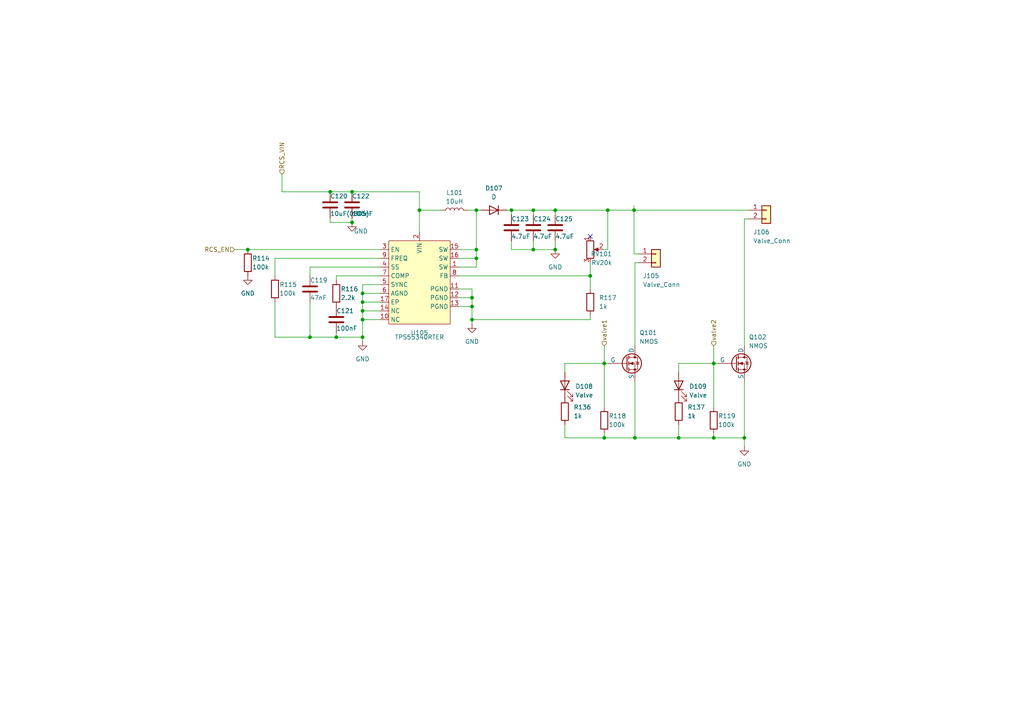
<source format=kicad_sch>
(kicad_sch
	(version 20231120)
	(generator "eeschema")
	(generator_version "8.0")
	(uuid "036d7486-045f-4ef4-8592-aa7164ba63a3")
	(paper "A4")
	(lib_symbols
		(symbol "Connector_Generic:Conn_01x02"
			(pin_names
				(offset 1.016) hide)
			(exclude_from_sim no)
			(in_bom yes)
			(on_board yes)
			(property "Reference" "J"
				(at 0 2.54 0)
				(effects
					(font
						(size 1.27 1.27)
					)
				)
			)
			(property "Value" "Conn_01x02"
				(at 0 -5.08 0)
				(effects
					(font
						(size 1.27 1.27)
					)
				)
			)
			(property "Footprint" ""
				(at 0 0 0)
				(effects
					(font
						(size 1.27 1.27)
					)
					(hide yes)
				)
			)
			(property "Datasheet" "~"
				(at 0 0 0)
				(effects
					(font
						(size 1.27 1.27)
					)
					(hide yes)
				)
			)
			(property "Description" "Generic connector, single row, 01x02, script generated (kicad-library-utils/schlib/autogen/connector/)"
				(at 0 0 0)
				(effects
					(font
						(size 1.27 1.27)
					)
					(hide yes)
				)
			)
			(property "ki_keywords" "connector"
				(at 0 0 0)
				(effects
					(font
						(size 1.27 1.27)
					)
					(hide yes)
				)
			)
			(property "ki_fp_filters" "Connector*:*_1x??_*"
				(at 0 0 0)
				(effects
					(font
						(size 1.27 1.27)
					)
					(hide yes)
				)
			)
			(symbol "Conn_01x02_1_1"
				(rectangle
					(start -1.27 -2.413)
					(end 0 -2.667)
					(stroke
						(width 0.1524)
						(type default)
					)
					(fill
						(type none)
					)
				)
				(rectangle
					(start -1.27 0.127)
					(end 0 -0.127)
					(stroke
						(width 0.1524)
						(type default)
					)
					(fill
						(type none)
					)
				)
				(rectangle
					(start -1.27 1.27)
					(end 1.27 -3.81)
					(stroke
						(width 0.254)
						(type default)
					)
					(fill
						(type background)
					)
				)
				(pin passive line
					(at -5.08 0 0)
					(length 3.81)
					(name "Pin_1"
						(effects
							(font
								(size 1.27 1.27)
							)
						)
					)
					(number "1"
						(effects
							(font
								(size 1.27 1.27)
							)
						)
					)
				)
				(pin passive line
					(at -5.08 -2.54 0)
					(length 3.81)
					(name "Pin_2"
						(effects
							(font
								(size 1.27 1.27)
							)
						)
					)
					(number "2"
						(effects
							(font
								(size 1.27 1.27)
							)
						)
					)
				)
			)
		)
		(symbol "Device:C"
			(pin_numbers hide)
			(pin_names
				(offset 0.254)
			)
			(exclude_from_sim no)
			(in_bom yes)
			(on_board yes)
			(property "Reference" "C"
				(at 0.635 2.54 0)
				(effects
					(font
						(size 1.27 1.27)
					)
					(justify left)
				)
			)
			(property "Value" "C"
				(at 0.635 -2.54 0)
				(effects
					(font
						(size 1.27 1.27)
					)
					(justify left)
				)
			)
			(property "Footprint" ""
				(at 0.9652 -3.81 0)
				(effects
					(font
						(size 1.27 1.27)
					)
					(hide yes)
				)
			)
			(property "Datasheet" "~"
				(at 0 0 0)
				(effects
					(font
						(size 1.27 1.27)
					)
					(hide yes)
				)
			)
			(property "Description" "Unpolarized capacitor"
				(at 0 0 0)
				(effects
					(font
						(size 1.27 1.27)
					)
					(hide yes)
				)
			)
			(property "ki_keywords" "cap capacitor"
				(at 0 0 0)
				(effects
					(font
						(size 1.27 1.27)
					)
					(hide yes)
				)
			)
			(property "ki_fp_filters" "C_*"
				(at 0 0 0)
				(effects
					(font
						(size 1.27 1.27)
					)
					(hide yes)
				)
			)
			(symbol "C_0_1"
				(polyline
					(pts
						(xy -2.032 -0.762) (xy 2.032 -0.762)
					)
					(stroke
						(width 0.508)
						(type default)
					)
					(fill
						(type none)
					)
				)
				(polyline
					(pts
						(xy -2.032 0.762) (xy 2.032 0.762)
					)
					(stroke
						(width 0.508)
						(type default)
					)
					(fill
						(type none)
					)
				)
			)
			(symbol "C_1_1"
				(pin passive line
					(at 0 3.81 270)
					(length 2.794)
					(name "~"
						(effects
							(font
								(size 1.27 1.27)
							)
						)
					)
					(number "1"
						(effects
							(font
								(size 1.27 1.27)
							)
						)
					)
				)
				(pin passive line
					(at 0 -3.81 90)
					(length 2.794)
					(name "~"
						(effects
							(font
								(size 1.27 1.27)
							)
						)
					)
					(number "2"
						(effects
							(font
								(size 1.27 1.27)
							)
						)
					)
				)
			)
		)
		(symbol "Device:D"
			(pin_numbers hide)
			(pin_names
				(offset 1.016) hide)
			(exclude_from_sim no)
			(in_bom yes)
			(on_board yes)
			(property "Reference" "D"
				(at 0 2.54 0)
				(effects
					(font
						(size 1.27 1.27)
					)
				)
			)
			(property "Value" "D"
				(at 0 -2.54 0)
				(effects
					(font
						(size 1.27 1.27)
					)
				)
			)
			(property "Footprint" ""
				(at 0 0 0)
				(effects
					(font
						(size 1.27 1.27)
					)
					(hide yes)
				)
			)
			(property "Datasheet" "~"
				(at 0 0 0)
				(effects
					(font
						(size 1.27 1.27)
					)
					(hide yes)
				)
			)
			(property "Description" "Diode"
				(at 0 0 0)
				(effects
					(font
						(size 1.27 1.27)
					)
					(hide yes)
				)
			)
			(property "Sim.Device" "D"
				(at 0 0 0)
				(effects
					(font
						(size 1.27 1.27)
					)
					(hide yes)
				)
			)
			(property "Sim.Pins" "1=K 2=A"
				(at 0 0 0)
				(effects
					(font
						(size 1.27 1.27)
					)
					(hide yes)
				)
			)
			(property "ki_keywords" "diode"
				(at 0 0 0)
				(effects
					(font
						(size 1.27 1.27)
					)
					(hide yes)
				)
			)
			(property "ki_fp_filters" "TO-???* *_Diode_* *SingleDiode* D_*"
				(at 0 0 0)
				(effects
					(font
						(size 1.27 1.27)
					)
					(hide yes)
				)
			)
			(symbol "D_0_1"
				(polyline
					(pts
						(xy -1.27 1.27) (xy -1.27 -1.27)
					)
					(stroke
						(width 0.254)
						(type default)
					)
					(fill
						(type none)
					)
				)
				(polyline
					(pts
						(xy 1.27 0) (xy -1.27 0)
					)
					(stroke
						(width 0)
						(type default)
					)
					(fill
						(type none)
					)
				)
				(polyline
					(pts
						(xy 1.27 1.27) (xy 1.27 -1.27) (xy -1.27 0) (xy 1.27 1.27)
					)
					(stroke
						(width 0.254)
						(type default)
					)
					(fill
						(type none)
					)
				)
			)
			(symbol "D_1_1"
				(pin passive line
					(at -3.81 0 0)
					(length 2.54)
					(name "K"
						(effects
							(font
								(size 1.27 1.27)
							)
						)
					)
					(number "1"
						(effects
							(font
								(size 1.27 1.27)
							)
						)
					)
				)
				(pin passive line
					(at 3.81 0 180)
					(length 2.54)
					(name "A"
						(effects
							(font
								(size 1.27 1.27)
							)
						)
					)
					(number "2"
						(effects
							(font
								(size 1.27 1.27)
							)
						)
					)
				)
			)
		)
		(symbol "Device:L"
			(pin_numbers hide)
			(pin_names
				(offset 1.016) hide)
			(exclude_from_sim no)
			(in_bom yes)
			(on_board yes)
			(property "Reference" "L"
				(at -1.27 0 90)
				(effects
					(font
						(size 1.27 1.27)
					)
				)
			)
			(property "Value" "L"
				(at 1.905 0 90)
				(effects
					(font
						(size 1.27 1.27)
					)
				)
			)
			(property "Footprint" ""
				(at 0 0 0)
				(effects
					(font
						(size 1.27 1.27)
					)
					(hide yes)
				)
			)
			(property "Datasheet" "~"
				(at 0 0 0)
				(effects
					(font
						(size 1.27 1.27)
					)
					(hide yes)
				)
			)
			(property "Description" "Inductor"
				(at 0 0 0)
				(effects
					(font
						(size 1.27 1.27)
					)
					(hide yes)
				)
			)
			(property "ki_keywords" "inductor choke coil reactor magnetic"
				(at 0 0 0)
				(effects
					(font
						(size 1.27 1.27)
					)
					(hide yes)
				)
			)
			(property "ki_fp_filters" "Choke_* *Coil* Inductor_* L_*"
				(at 0 0 0)
				(effects
					(font
						(size 1.27 1.27)
					)
					(hide yes)
				)
			)
			(symbol "L_0_1"
				(arc
					(start 0 -2.54)
					(mid 0.6323 -1.905)
					(end 0 -1.27)
					(stroke
						(width 0)
						(type default)
					)
					(fill
						(type none)
					)
				)
				(arc
					(start 0 -1.27)
					(mid 0.6323 -0.635)
					(end 0 0)
					(stroke
						(width 0)
						(type default)
					)
					(fill
						(type none)
					)
				)
				(arc
					(start 0 0)
					(mid 0.6323 0.635)
					(end 0 1.27)
					(stroke
						(width 0)
						(type default)
					)
					(fill
						(type none)
					)
				)
				(arc
					(start 0 1.27)
					(mid 0.6323 1.905)
					(end 0 2.54)
					(stroke
						(width 0)
						(type default)
					)
					(fill
						(type none)
					)
				)
			)
			(symbol "L_1_1"
				(pin passive line
					(at 0 3.81 270)
					(length 1.27)
					(name "1"
						(effects
							(font
								(size 1.27 1.27)
							)
						)
					)
					(number "1"
						(effects
							(font
								(size 1.27 1.27)
							)
						)
					)
				)
				(pin passive line
					(at 0 -3.81 90)
					(length 1.27)
					(name "2"
						(effects
							(font
								(size 1.27 1.27)
							)
						)
					)
					(number "2"
						(effects
							(font
								(size 1.27 1.27)
							)
						)
					)
				)
			)
		)
		(symbol "Device:LED"
			(pin_numbers hide)
			(pin_names
				(offset 1.016) hide)
			(exclude_from_sim no)
			(in_bom yes)
			(on_board yes)
			(property "Reference" "D"
				(at 0 2.54 0)
				(effects
					(font
						(size 1.27 1.27)
					)
				)
			)
			(property "Value" "LED"
				(at 0 -2.54 0)
				(effects
					(font
						(size 1.27 1.27)
					)
				)
			)
			(property "Footprint" ""
				(at 0 0 0)
				(effects
					(font
						(size 1.27 1.27)
					)
					(hide yes)
				)
			)
			(property "Datasheet" "~"
				(at 0 0 0)
				(effects
					(font
						(size 1.27 1.27)
					)
					(hide yes)
				)
			)
			(property "Description" "Light emitting diode"
				(at 0 0 0)
				(effects
					(font
						(size 1.27 1.27)
					)
					(hide yes)
				)
			)
			(property "ki_keywords" "LED diode"
				(at 0 0 0)
				(effects
					(font
						(size 1.27 1.27)
					)
					(hide yes)
				)
			)
			(property "ki_fp_filters" "LED* LED_SMD:* LED_THT:*"
				(at 0 0 0)
				(effects
					(font
						(size 1.27 1.27)
					)
					(hide yes)
				)
			)
			(symbol "LED_0_1"
				(polyline
					(pts
						(xy -1.27 -1.27) (xy -1.27 1.27)
					)
					(stroke
						(width 0.254)
						(type default)
					)
					(fill
						(type none)
					)
				)
				(polyline
					(pts
						(xy -1.27 0) (xy 1.27 0)
					)
					(stroke
						(width 0)
						(type default)
					)
					(fill
						(type none)
					)
				)
				(polyline
					(pts
						(xy 1.27 -1.27) (xy 1.27 1.27) (xy -1.27 0) (xy 1.27 -1.27)
					)
					(stroke
						(width 0.254)
						(type default)
					)
					(fill
						(type none)
					)
				)
				(polyline
					(pts
						(xy -3.048 -0.762) (xy -4.572 -2.286) (xy -3.81 -2.286) (xy -4.572 -2.286) (xy -4.572 -1.524)
					)
					(stroke
						(width 0)
						(type default)
					)
					(fill
						(type none)
					)
				)
				(polyline
					(pts
						(xy -1.778 -0.762) (xy -3.302 -2.286) (xy -2.54 -2.286) (xy -3.302 -2.286) (xy -3.302 -1.524)
					)
					(stroke
						(width 0)
						(type default)
					)
					(fill
						(type none)
					)
				)
			)
			(symbol "LED_1_1"
				(pin passive line
					(at -3.81 0 0)
					(length 2.54)
					(name "K"
						(effects
							(font
								(size 1.27 1.27)
							)
						)
					)
					(number "1"
						(effects
							(font
								(size 1.27 1.27)
							)
						)
					)
				)
				(pin passive line
					(at 3.81 0 180)
					(length 2.54)
					(name "A"
						(effects
							(font
								(size 1.27 1.27)
							)
						)
					)
					(number "2"
						(effects
							(font
								(size 1.27 1.27)
							)
						)
					)
				)
			)
		)
		(symbol "Device:R"
			(pin_numbers hide)
			(pin_names
				(offset 0)
			)
			(exclude_from_sim no)
			(in_bom yes)
			(on_board yes)
			(property "Reference" "R"
				(at 2.032 0 90)
				(effects
					(font
						(size 1.27 1.27)
					)
				)
			)
			(property "Value" "R"
				(at 0 0 90)
				(effects
					(font
						(size 1.27 1.27)
					)
				)
			)
			(property "Footprint" ""
				(at -1.778 0 90)
				(effects
					(font
						(size 1.27 1.27)
					)
					(hide yes)
				)
			)
			(property "Datasheet" "~"
				(at 0 0 0)
				(effects
					(font
						(size 1.27 1.27)
					)
					(hide yes)
				)
			)
			(property "Description" "Resistor"
				(at 0 0 0)
				(effects
					(font
						(size 1.27 1.27)
					)
					(hide yes)
				)
			)
			(property "ki_keywords" "R res resistor"
				(at 0 0 0)
				(effects
					(font
						(size 1.27 1.27)
					)
					(hide yes)
				)
			)
			(property "ki_fp_filters" "R_*"
				(at 0 0 0)
				(effects
					(font
						(size 1.27 1.27)
					)
					(hide yes)
				)
			)
			(symbol "R_0_1"
				(rectangle
					(start -1.016 -2.54)
					(end 1.016 2.54)
					(stroke
						(width 0.254)
						(type default)
					)
					(fill
						(type none)
					)
				)
			)
			(symbol "R_1_1"
				(pin passive line
					(at 0 3.81 270)
					(length 1.27)
					(name "~"
						(effects
							(font
								(size 1.27 1.27)
							)
						)
					)
					(number "1"
						(effects
							(font
								(size 1.27 1.27)
							)
						)
					)
				)
				(pin passive line
					(at 0 -3.81 90)
					(length 1.27)
					(name "~"
						(effects
							(font
								(size 1.27 1.27)
							)
						)
					)
					(number "2"
						(effects
							(font
								(size 1.27 1.27)
							)
						)
					)
				)
			)
		)
		(symbol "Device:R_Potentiometer"
			(pin_names
				(offset 1.016) hide)
			(exclude_from_sim no)
			(in_bom yes)
			(on_board yes)
			(property "Reference" "RV"
				(at -4.445 0 90)
				(effects
					(font
						(size 1.27 1.27)
					)
				)
			)
			(property "Value" "R_Potentiometer"
				(at -2.54 0 90)
				(effects
					(font
						(size 1.27 1.27)
					)
				)
			)
			(property "Footprint" ""
				(at 0 0 0)
				(effects
					(font
						(size 1.27 1.27)
					)
					(hide yes)
				)
			)
			(property "Datasheet" "~"
				(at 0 0 0)
				(effects
					(font
						(size 1.27 1.27)
					)
					(hide yes)
				)
			)
			(property "Description" "Potentiometer"
				(at 0 0 0)
				(effects
					(font
						(size 1.27 1.27)
					)
					(hide yes)
				)
			)
			(property "ki_keywords" "resistor variable"
				(at 0 0 0)
				(effects
					(font
						(size 1.27 1.27)
					)
					(hide yes)
				)
			)
			(property "ki_fp_filters" "Potentiometer*"
				(at 0 0 0)
				(effects
					(font
						(size 1.27 1.27)
					)
					(hide yes)
				)
			)
			(symbol "R_Potentiometer_0_1"
				(polyline
					(pts
						(xy 2.54 0) (xy 1.524 0)
					)
					(stroke
						(width 0)
						(type default)
					)
					(fill
						(type none)
					)
				)
				(polyline
					(pts
						(xy 1.143 0) (xy 2.286 0.508) (xy 2.286 -0.508) (xy 1.143 0)
					)
					(stroke
						(width 0)
						(type default)
					)
					(fill
						(type outline)
					)
				)
				(rectangle
					(start 1.016 2.54)
					(end -1.016 -2.54)
					(stroke
						(width 0.254)
						(type default)
					)
					(fill
						(type none)
					)
				)
			)
			(symbol "R_Potentiometer_1_1"
				(pin passive line
					(at 0 3.81 270)
					(length 1.27)
					(name "1"
						(effects
							(font
								(size 1.27 1.27)
							)
						)
					)
					(number "1"
						(effects
							(font
								(size 1.27 1.27)
							)
						)
					)
				)
				(pin passive line
					(at 3.81 0 180)
					(length 1.27)
					(name "2"
						(effects
							(font
								(size 1.27 1.27)
							)
						)
					)
					(number "2"
						(effects
							(font
								(size 1.27 1.27)
							)
						)
					)
				)
				(pin passive line
					(at 0 -3.81 90)
					(length 1.27)
					(name "3"
						(effects
							(font
								(size 1.27 1.27)
							)
						)
					)
					(number "3"
						(effects
							(font
								(size 1.27 1.27)
							)
						)
					)
				)
			)
		)
		(symbol "Simulation_SPICE:NMOS"
			(pin_numbers hide)
			(pin_names
				(offset 0)
			)
			(exclude_from_sim no)
			(in_bom yes)
			(on_board yes)
			(property "Reference" "Q"
				(at 5.08 1.27 0)
				(effects
					(font
						(size 1.27 1.27)
					)
					(justify left)
				)
			)
			(property "Value" "NMOS"
				(at 5.08 -1.27 0)
				(effects
					(font
						(size 1.27 1.27)
					)
					(justify left)
				)
			)
			(property "Footprint" ""
				(at 5.08 2.54 0)
				(effects
					(font
						(size 1.27 1.27)
					)
					(hide yes)
				)
			)
			(property "Datasheet" "https://ngspice.sourceforge.io/docs/ngspice-html-manual/manual.xhtml#cha_MOSFETs"
				(at 0 -12.7 0)
				(effects
					(font
						(size 1.27 1.27)
					)
					(hide yes)
				)
			)
			(property "Description" "N-MOSFET transistor, drain/source/gate"
				(at 0 0 0)
				(effects
					(font
						(size 1.27 1.27)
					)
					(hide yes)
				)
			)
			(property "Sim.Device" "NMOS"
				(at 0 -17.145 0)
				(effects
					(font
						(size 1.27 1.27)
					)
					(hide yes)
				)
			)
			(property "Sim.Type" "VDMOS"
				(at 0 -19.05 0)
				(effects
					(font
						(size 1.27 1.27)
					)
					(hide yes)
				)
			)
			(property "Sim.Pins" "1=D 2=G 3=S"
				(at 0 -15.24 0)
				(effects
					(font
						(size 1.27 1.27)
					)
					(hide yes)
				)
			)
			(property "ki_keywords" "transistor NMOS N-MOS N-MOSFET simulation"
				(at 0 0 0)
				(effects
					(font
						(size 1.27 1.27)
					)
					(hide yes)
				)
			)
			(symbol "NMOS_0_1"
				(polyline
					(pts
						(xy 0.254 0) (xy -2.54 0)
					)
					(stroke
						(width 0)
						(type default)
					)
					(fill
						(type none)
					)
				)
				(polyline
					(pts
						(xy 0.254 1.905) (xy 0.254 -1.905)
					)
					(stroke
						(width 0.254)
						(type default)
					)
					(fill
						(type none)
					)
				)
				(polyline
					(pts
						(xy 0.762 -1.27) (xy 0.762 -2.286)
					)
					(stroke
						(width 0.254)
						(type default)
					)
					(fill
						(type none)
					)
				)
				(polyline
					(pts
						(xy 0.762 0.508) (xy 0.762 -0.508)
					)
					(stroke
						(width 0.254)
						(type default)
					)
					(fill
						(type none)
					)
				)
				(polyline
					(pts
						(xy 0.762 2.286) (xy 0.762 1.27)
					)
					(stroke
						(width 0.254)
						(type default)
					)
					(fill
						(type none)
					)
				)
				(polyline
					(pts
						(xy 2.54 2.54) (xy 2.54 1.778)
					)
					(stroke
						(width 0)
						(type default)
					)
					(fill
						(type none)
					)
				)
				(polyline
					(pts
						(xy 2.54 -2.54) (xy 2.54 0) (xy 0.762 0)
					)
					(stroke
						(width 0)
						(type default)
					)
					(fill
						(type none)
					)
				)
				(polyline
					(pts
						(xy 0.762 -1.778) (xy 3.302 -1.778) (xy 3.302 1.778) (xy 0.762 1.778)
					)
					(stroke
						(width 0)
						(type default)
					)
					(fill
						(type none)
					)
				)
				(polyline
					(pts
						(xy 1.016 0) (xy 2.032 0.381) (xy 2.032 -0.381) (xy 1.016 0)
					)
					(stroke
						(width 0)
						(type default)
					)
					(fill
						(type outline)
					)
				)
				(polyline
					(pts
						(xy 2.794 0.508) (xy 2.921 0.381) (xy 3.683 0.381) (xy 3.81 0.254)
					)
					(stroke
						(width 0)
						(type default)
					)
					(fill
						(type none)
					)
				)
				(polyline
					(pts
						(xy 3.302 0.381) (xy 2.921 -0.254) (xy 3.683 -0.254) (xy 3.302 0.381)
					)
					(stroke
						(width 0)
						(type default)
					)
					(fill
						(type none)
					)
				)
				(circle
					(center 1.651 0)
					(radius 2.794)
					(stroke
						(width 0.254)
						(type default)
					)
					(fill
						(type none)
					)
				)
				(circle
					(center 2.54 -1.778)
					(radius 0.254)
					(stroke
						(width 0)
						(type default)
					)
					(fill
						(type outline)
					)
				)
				(circle
					(center 2.54 1.778)
					(radius 0.254)
					(stroke
						(width 0)
						(type default)
					)
					(fill
						(type outline)
					)
				)
			)
			(symbol "NMOS_1_1"
				(pin passive line
					(at 2.54 5.08 270)
					(length 2.54)
					(name "D"
						(effects
							(font
								(size 1.27 1.27)
							)
						)
					)
					(number "1"
						(effects
							(font
								(size 1.27 1.27)
							)
						)
					)
				)
				(pin input line
					(at -5.08 0 0)
					(length 2.54)
					(name "G"
						(effects
							(font
								(size 1.27 1.27)
							)
						)
					)
					(number "2"
						(effects
							(font
								(size 1.27 1.27)
							)
						)
					)
				)
				(pin passive line
					(at 2.54 -5.08 90)
					(length 2.54)
					(name "S"
						(effects
							(font
								(size 1.27 1.27)
							)
						)
					)
					(number "3"
						(effects
							(font
								(size 1.27 1.27)
							)
						)
					)
				)
			)
		)
		(symbol "WOBCLibrary:TPS55340"
			(exclude_from_sim no)
			(in_bom yes)
			(on_board yes)
			(property "Reference" "U"
				(at -7.62 12.7 0)
				(effects
					(font
						(size 1.27 1.27)
					)
				)
			)
			(property "Value" ""
				(at 0 0 0)
				(effects
					(font
						(size 1.27 1.27)
					)
				)
			)
			(property "Footprint" ""
				(at 0 0 0)
				(effects
					(font
						(size 1.27 1.27)
					)
					(hide yes)
				)
			)
			(property "Datasheet" ""
				(at 0 0 0)
				(effects
					(font
						(size 1.27 1.27)
					)
					(hide yes)
				)
			)
			(property "Description" ""
				(at 0 0 0)
				(effects
					(font
						(size 1.27 1.27)
					)
					(hide yes)
				)
			)
			(symbol "TPS55340_1_1"
				(polyline
					(pts
						(xy -8.89 11.43) (xy -8.89 -12.7) (xy 8.89 -12.7) (xy 8.89 11.43) (xy -8.89 11.43)
					)
					(stroke
						(width 0)
						(type default)
					)
					(fill
						(type background)
					)
				)
				(pin input line
					(at 11.43 3.81 180)
					(length 2.54)
					(name "SW"
						(effects
							(font
								(size 1.27 1.27)
							)
						)
					)
					(number "1"
						(effects
							(font
								(size 1.27 1.27)
							)
						)
					)
				)
				(pin input line
					(at -11.43 -11.43 0)
					(length 2.54)
					(name "NC"
						(effects
							(font
								(size 1.27 1.27)
							)
						)
					)
					(number "10"
						(effects
							(font
								(size 1.27 1.27)
							)
						)
					)
				)
				(pin input line
					(at 11.43 -2.54 180)
					(length 2.54)
					(name "PGND"
						(effects
							(font
								(size 1.27 1.27)
							)
						)
					)
					(number "11"
						(effects
							(font
								(size 1.27 1.27)
							)
						)
					)
				)
				(pin input line
					(at 11.43 -5.08 180)
					(length 2.54)
					(name "PGND"
						(effects
							(font
								(size 1.27 1.27)
							)
						)
					)
					(number "12"
						(effects
							(font
								(size 1.27 1.27)
							)
						)
					)
				)
				(pin input line
					(at 11.43 -7.62 180)
					(length 2.54)
					(name "PGND"
						(effects
							(font
								(size 1.27 1.27)
							)
						)
					)
					(number "13"
						(effects
							(font
								(size 1.27 1.27)
							)
						)
					)
				)
				(pin input line
					(at -11.43 -8.89 0)
					(length 2.54)
					(name "NC"
						(effects
							(font
								(size 1.27 1.27)
							)
						)
					)
					(number "14"
						(effects
							(font
								(size 1.27 1.27)
							)
						)
					)
				)
				(pin input line
					(at 11.43 8.89 180)
					(length 2.54)
					(name "SW"
						(effects
							(font
								(size 1.27 1.27)
							)
						)
					)
					(number "15"
						(effects
							(font
								(size 1.27 1.27)
							)
						)
					)
				)
				(pin input line
					(at 11.43 6.35 180)
					(length 2.54)
					(name "SW"
						(effects
							(font
								(size 1.27 1.27)
							)
						)
					)
					(number "16"
						(effects
							(font
								(size 1.27 1.27)
							)
						)
					)
				)
				(pin input line
					(at -11.43 -6.35 0)
					(length 2.54)
					(name "EP"
						(effects
							(font
								(size 1.27 1.27)
							)
						)
					)
					(number "17"
						(effects
							(font
								(size 1.27 1.27)
							)
						)
					)
				)
				(pin input line
					(at 0 13.97 270)
					(length 2.54)
					(name "VIN"
						(effects
							(font
								(size 1.27 1.27)
							)
						)
					)
					(number "2"
						(effects
							(font
								(size 1.27 1.27)
							)
						)
					)
				)
				(pin input line
					(at -11.43 8.89 0)
					(length 2.54)
					(name "EN"
						(effects
							(font
								(size 1.27 1.27)
							)
						)
					)
					(number "3"
						(effects
							(font
								(size 1.27 1.27)
							)
						)
					)
				)
				(pin input line
					(at -11.43 3.81 0)
					(length 2.54)
					(name "SS"
						(effects
							(font
								(size 1.27 1.27)
							)
						)
					)
					(number "4"
						(effects
							(font
								(size 1.27 1.27)
							)
						)
					)
				)
				(pin input line
					(at -11.43 -1.27 0)
					(length 2.54)
					(name "SYNC"
						(effects
							(font
								(size 1.27 1.27)
							)
						)
					)
					(number "5"
						(effects
							(font
								(size 1.27 1.27)
							)
						)
					)
				)
				(pin input line
					(at -11.43 -3.81 0)
					(length 2.54)
					(name "AGND"
						(effects
							(font
								(size 1.27 1.27)
							)
						)
					)
					(number "6"
						(effects
							(font
								(size 1.27 1.27)
							)
						)
					)
				)
				(pin input line
					(at -11.43 1.27 0)
					(length 2.54)
					(name "COMP"
						(effects
							(font
								(size 1.27 1.27)
							)
						)
					)
					(number "7"
						(effects
							(font
								(size 1.27 1.27)
							)
						)
					)
				)
				(pin input line
					(at 11.43 1.27 180)
					(length 2.54)
					(name "FB"
						(effects
							(font
								(size 1.27 1.27)
							)
						)
					)
					(number "8"
						(effects
							(font
								(size 1.27 1.27)
							)
						)
					)
				)
				(pin input line
					(at -11.43 6.35 0)
					(length 2.54)
					(name "FREQ"
						(effects
							(font
								(size 1.27 1.27)
							)
						)
					)
					(number "9"
						(effects
							(font
								(size 1.27 1.27)
							)
						)
					)
				)
			)
		)
		(symbol "power:GND"
			(power)
			(pin_numbers hide)
			(pin_names
				(offset 0) hide)
			(exclude_from_sim no)
			(in_bom yes)
			(on_board yes)
			(property "Reference" "#PWR"
				(at 0 -6.35 0)
				(effects
					(font
						(size 1.27 1.27)
					)
					(hide yes)
				)
			)
			(property "Value" "GND"
				(at 0 -3.81 0)
				(effects
					(font
						(size 1.27 1.27)
					)
				)
			)
			(property "Footprint" ""
				(at 0 0 0)
				(effects
					(font
						(size 1.27 1.27)
					)
					(hide yes)
				)
			)
			(property "Datasheet" ""
				(at 0 0 0)
				(effects
					(font
						(size 1.27 1.27)
					)
					(hide yes)
				)
			)
			(property "Description" "Power symbol creates a global label with name \"GND\" , ground"
				(at 0 0 0)
				(effects
					(font
						(size 1.27 1.27)
					)
					(hide yes)
				)
			)
			(property "ki_keywords" "global power"
				(at 0 0 0)
				(effects
					(font
						(size 1.27 1.27)
					)
					(hide yes)
				)
			)
			(symbol "GND_0_1"
				(polyline
					(pts
						(xy 0 0) (xy 0 -1.27) (xy 1.27 -1.27) (xy 0 -2.54) (xy -1.27 -1.27) (xy 0 -1.27)
					)
					(stroke
						(width 0)
						(type default)
					)
					(fill
						(type none)
					)
				)
			)
			(symbol "GND_1_1"
				(pin power_in line
					(at 0 0 270)
					(length 0)
					(name "~"
						(effects
							(font
								(size 1.27 1.27)
							)
						)
					)
					(number "1"
						(effects
							(font
								(size 1.27 1.27)
							)
						)
					)
				)
			)
		)
	)
	(junction
		(at 105.156 92.71)
		(diameter 0)
		(color 0 0 0 0)
		(uuid "0e3dfdb4-f7a9-4e81-9f44-af1bd789e636")
	)
	(junction
		(at 161.036 60.96)
		(diameter 0)
		(color 0 0 0 0)
		(uuid "161c3ca1-4e0a-4cdd-929e-a5ac8b2a535a")
	)
	(junction
		(at 154.686 60.96)
		(diameter 0)
		(color 0 0 0 0)
		(uuid "215f7911-f1a8-422e-849c-b71bea94aa01")
	)
	(junction
		(at 95.758 55.626)
		(diameter 0)
		(color 0 0 0 0)
		(uuid "3544b034-83e1-4cc0-a5ff-86fc1ac45cac")
	)
	(junction
		(at 121.666 60.96)
		(diameter 0)
		(color 0 0 0 0)
		(uuid "35eb88d5-ccb9-4e58-ad31-72008d3cb116")
	)
	(junction
		(at 105.156 90.17)
		(diameter 0)
		(color 0 0 0 0)
		(uuid "384ac60b-e46b-41ba-8c42-b78cd9d041f7")
	)
	(junction
		(at 136.906 92.71)
		(diameter 0)
		(color 0 0 0 0)
		(uuid "44df4f15-0598-4523-b71a-8ddbbd6d2a3d")
	)
	(junction
		(at 102.108 55.626)
		(diameter 0)
		(color 0 0 0 0)
		(uuid "5498a33d-9eb2-47df-890c-a0a892bb1704")
	)
	(junction
		(at 175.26 127)
		(diameter 0)
		(color 0 0 0 0)
		(uuid "5dac4352-e591-4951-8ed7-b74881fdaea7")
	)
	(junction
		(at 136.906 86.36)
		(diameter 0)
		(color 0 0 0 0)
		(uuid "676b5b63-846c-49eb-bc08-8249004cea77")
	)
	(junction
		(at 102.108 64.516)
		(diameter 0)
		(color 0 0 0 0)
		(uuid "71a73538-468d-433c-bef8-5aab088676dc")
	)
	(junction
		(at 105.156 85.09)
		(diameter 0)
		(color 0 0 0 0)
		(uuid "76b213be-3c8a-4e52-b3fc-7ebb9fb95d42")
	)
	(junction
		(at 138.176 74.93)
		(diameter 0)
		(color 0 0 0 0)
		(uuid "830cf245-c6e5-477b-a213-2621b91fcb27")
	)
	(junction
		(at 215.9 127)
		(diameter 0)
		(color 0 0 0 0)
		(uuid "8e33e7c2-5429-4d2a-9dbf-e1edd743b758")
	)
	(junction
		(at 136.906 88.9)
		(diameter 0)
		(color 0 0 0 0)
		(uuid "9587292f-5a73-4136-914e-4eade13fa48f")
	)
	(junction
		(at 183.896 60.96)
		(diameter 0)
		(color 0 0 0 0)
		(uuid "9cfc18ee-e13e-45a0-9255-8ba7f3922691")
	)
	(junction
		(at 138.176 72.39)
		(diameter 0)
		(color 0 0 0 0)
		(uuid "a4b62376-2c0c-40c6-9646-f53bdd2b03a5")
	)
	(junction
		(at 171.196 80.01)
		(diameter 0)
		(color 0 0 0 0)
		(uuid "b49e418c-f8f7-4604-9eac-451cedbc3964")
	)
	(junction
		(at 161.036 72.39)
		(diameter 0)
		(color 0 0 0 0)
		(uuid "b4ada087-200a-4cf0-8d04-dff80eac8402")
	)
	(junction
		(at 105.156 97.79)
		(diameter 0)
		(color 0 0 0 0)
		(uuid "bc851933-5329-4c1e-a330-49261926b757")
	)
	(junction
		(at 207.01 105.41)
		(diameter 0)
		(color 0 0 0 0)
		(uuid "bce3e32c-3e42-4d3e-88bc-a6a511f33d4b")
	)
	(junction
		(at 71.882 72.39)
		(diameter 0)
		(color 0 0 0 0)
		(uuid "c43a91bc-0e09-49ff-9568-2b5534620be8")
	)
	(junction
		(at 89.916 97.79)
		(diameter 0)
		(color 0 0 0 0)
		(uuid "c63b925d-0b93-497e-95e2-e3ffdd8577ca")
	)
	(junction
		(at 138.176 60.96)
		(diameter 0)
		(color 0 0 0 0)
		(uuid "cbfebe59-a47c-464a-b04e-40c2db2c8604")
	)
	(junction
		(at 207.01 127)
		(diameter 0)
		(color 0 0 0 0)
		(uuid "d41c22c1-670c-4983-86dd-0cd993050de9")
	)
	(junction
		(at 176.276 60.96)
		(diameter 0)
		(color 0 0 0 0)
		(uuid "d55ed2c7-16ce-4c31-8c4f-b7a035f24d05")
	)
	(junction
		(at 196.85 127)
		(diameter 0)
		(color 0 0 0 0)
		(uuid "dd534558-81db-4d25-b8a7-8065428daa5b")
	)
	(junction
		(at 148.336 60.96)
		(diameter 0)
		(color 0 0 0 0)
		(uuid "e5370ae2-db4d-432b-ab5d-286b0f60c440")
	)
	(junction
		(at 184.15 127)
		(diameter 0)
		(color 0 0 0 0)
		(uuid "ea8632ba-b451-426f-beae-3bfb0f1d4a27")
	)
	(junction
		(at 105.156 87.63)
		(diameter 0)
		(color 0 0 0 0)
		(uuid "eb1f3740-0946-44de-9b42-c9999ffa78b1")
	)
	(junction
		(at 175.26 105.41)
		(diameter 0)
		(color 0 0 0 0)
		(uuid "f255e408-0a8d-4a02-99ec-fcea0fcfa12c")
	)
	(junction
		(at 97.536 97.79)
		(diameter 0)
		(color 0 0 0 0)
		(uuid "f8f5afac-fe48-43de-a12e-f84487d91f4c")
	)
	(junction
		(at 154.686 72.39)
		(diameter 0)
		(color 0 0 0 0)
		(uuid "fe1c3fee-40e0-4d14-ac6f-f28caf252754")
	)
	(no_connect
		(at 171.196 68.58)
		(uuid "1f094cf6-704e-402c-8e54-4cbd5d33c9cd")
	)
	(wire
		(pts
			(xy 163.83 107.95) (xy 163.83 105.41)
		)
		(stroke
			(width 0)
			(type default)
		)
		(uuid "00b619be-6fdd-423f-96a9-8d955e02897d")
	)
	(wire
		(pts
			(xy 105.156 97.79) (xy 105.156 92.71)
		)
		(stroke
			(width 0)
			(type default)
		)
		(uuid "02a65678-6114-443c-926c-e201ffd5af8a")
	)
	(wire
		(pts
			(xy 148.336 69.85) (xy 148.336 72.39)
		)
		(stroke
			(width 0)
			(type default)
		)
		(uuid "03211f3b-df13-4368-9f2d-15f9439b62d3")
	)
	(wire
		(pts
			(xy 163.83 127) (xy 175.26 127)
		)
		(stroke
			(width 0)
			(type default)
		)
		(uuid "05875c3d-5ddb-4e51-b44b-561b853de44a")
	)
	(wire
		(pts
			(xy 133.096 88.9) (xy 136.906 88.9)
		)
		(stroke
			(width 0)
			(type default)
		)
		(uuid "05e452e5-bad1-444b-9f63-bd32298b968b")
	)
	(wire
		(pts
			(xy 105.156 90.17) (xy 110.236 90.17)
		)
		(stroke
			(width 0)
			(type default)
		)
		(uuid "06d90b44-a4f2-4043-8ab2-59f8a0983f98")
	)
	(wire
		(pts
			(xy 184.15 127) (xy 196.85 127)
		)
		(stroke
			(width 0)
			(type default)
		)
		(uuid "07981caf-b683-4953-846c-84eca9dfd92e")
	)
	(wire
		(pts
			(xy 138.176 60.96) (xy 139.446 60.96)
		)
		(stroke
			(width 0)
			(type default)
		)
		(uuid "0d5e2330-180b-4e66-ae0f-312327b1d871")
	)
	(wire
		(pts
			(xy 207.01 100.33) (xy 207.01 105.41)
		)
		(stroke
			(width 0)
			(type default)
		)
		(uuid "0e988e11-a793-4f76-956a-29232fd8a3ab")
	)
	(wire
		(pts
			(xy 68.072 72.39) (xy 71.882 72.39)
		)
		(stroke
			(width 0)
			(type default)
		)
		(uuid "0f99377a-cd15-454f-a311-34699fa26ad7")
	)
	(wire
		(pts
			(xy 154.686 60.96) (xy 154.686 62.23)
		)
		(stroke
			(width 0)
			(type default)
		)
		(uuid "0f9ec747-58da-4aa2-a174-08e37911971c")
	)
	(wire
		(pts
			(xy 138.176 72.39) (xy 138.176 60.96)
		)
		(stroke
			(width 0)
			(type default)
		)
		(uuid "11e9c7f5-a0bf-4c22-b473-948e1c74451b")
	)
	(wire
		(pts
			(xy 133.096 72.39) (xy 138.176 72.39)
		)
		(stroke
			(width 0)
			(type default)
		)
		(uuid "1497f57e-9d35-4690-9569-cb8a5542e98e")
	)
	(wire
		(pts
			(xy 105.156 90.17) (xy 105.156 87.63)
		)
		(stroke
			(width 0)
			(type default)
		)
		(uuid "16416470-d8b5-4064-8152-dccff3fe90a3")
	)
	(wire
		(pts
			(xy 79.756 74.93) (xy 110.236 74.93)
		)
		(stroke
			(width 0)
			(type default)
		)
		(uuid "167b7c84-326d-4b7d-8a4a-57f72aa3ca5e")
	)
	(wire
		(pts
			(xy 97.536 97.79) (xy 105.156 97.79)
		)
		(stroke
			(width 0)
			(type default)
		)
		(uuid "1d872cb7-e7dd-4836-a1f2-16424e4b3181")
	)
	(wire
		(pts
			(xy 102.108 64.516) (xy 95.758 64.516)
		)
		(stroke
			(width 0)
			(type default)
		)
		(uuid "1dff4fb3-c4c8-4a17-bdf6-34503cdd6498")
	)
	(wire
		(pts
			(xy 183.896 73.66) (xy 185.166 73.66)
		)
		(stroke
			(width 0)
			(type default)
		)
		(uuid "295124ff-0aa3-42f9-bdbc-26906494258e")
	)
	(wire
		(pts
			(xy 183.896 60.96) (xy 183.896 73.66)
		)
		(stroke
			(width 0)
			(type default)
		)
		(uuid "2a86ae02-4cfa-4551-97fb-9cbc9f9c9778")
	)
	(wire
		(pts
			(xy 183.896 60.96) (xy 217.17 60.96)
		)
		(stroke
			(width 0)
			(type default)
		)
		(uuid "2b3a06aa-0127-44a7-be71-7ac93f5a7ff6")
	)
	(wire
		(pts
			(xy 136.906 93.98) (xy 136.906 92.71)
		)
		(stroke
			(width 0)
			(type default)
		)
		(uuid "2b54730b-9e37-4a79-904d-64a0a4f8ac5f")
	)
	(wire
		(pts
			(xy 133.096 83.82) (xy 136.906 83.82)
		)
		(stroke
			(width 0)
			(type default)
		)
		(uuid "2c3bd237-45de-4549-95ef-b989d0757c3d")
	)
	(wire
		(pts
			(xy 71.882 72.39) (xy 110.236 72.39)
		)
		(stroke
			(width 0)
			(type default)
		)
		(uuid "2dedbf9c-ee6a-4bb2-8d32-3b099dd0782e")
	)
	(wire
		(pts
			(xy 136.906 83.82) (xy 136.906 86.36)
		)
		(stroke
			(width 0)
			(type default)
		)
		(uuid "2e78129b-1987-453e-9d9d-3db04bdaa75a")
	)
	(wire
		(pts
			(xy 110.236 85.09) (xy 105.156 85.09)
		)
		(stroke
			(width 0)
			(type default)
		)
		(uuid "2f93522d-ad6e-417b-a6fd-869c4b72d083")
	)
	(wire
		(pts
			(xy 176.276 72.39) (xy 176.276 60.96)
		)
		(stroke
			(width 0)
			(type default)
		)
		(uuid "390d731a-baad-4c6d-a20f-99599fcc418c")
	)
	(wire
		(pts
			(xy 215.9 110.49) (xy 215.9 127)
		)
		(stroke
			(width 0)
			(type default)
		)
		(uuid "3aaffec2-3db0-4e83-b3e7-e88d3377815a")
	)
	(wire
		(pts
			(xy 89.916 97.79) (xy 97.536 97.79)
		)
		(stroke
			(width 0)
			(type default)
		)
		(uuid "40ac6d10-4b8b-48a1-8c3a-4c1590ae84cc")
	)
	(wire
		(pts
			(xy 110.236 80.01) (xy 97.536 80.01)
		)
		(stroke
			(width 0)
			(type default)
		)
		(uuid "4507ffc7-f4fa-403b-8eae-8ced849d60f2")
	)
	(wire
		(pts
			(xy 105.156 85.09) (xy 105.156 87.63)
		)
		(stroke
			(width 0)
			(type default)
		)
		(uuid "463d3db3-8b4e-42e7-a48c-9a711fb28026")
	)
	(wire
		(pts
			(xy 171.196 92.71) (xy 171.196 91.44)
		)
		(stroke
			(width 0)
			(type default)
		)
		(uuid "48b256fc-7e51-4627-96e1-d949579eebed")
	)
	(wire
		(pts
			(xy 171.196 80.01) (xy 171.196 76.2)
		)
		(stroke
			(width 0)
			(type default)
		)
		(uuid "4a78c726-ff8b-48aa-add8-70b1883eab7c")
	)
	(wire
		(pts
			(xy 183.896 59.69) (xy 183.896 60.96)
		)
		(stroke
			(width 0)
			(type default)
		)
		(uuid "4caaf72d-6539-4b17-9056-6a1a7ccba730")
	)
	(wire
		(pts
			(xy 161.036 72.39) (xy 161.036 69.85)
		)
		(stroke
			(width 0)
			(type default)
		)
		(uuid "4ce529b2-5fd3-439f-b2a3-66b82ed47868")
	)
	(wire
		(pts
			(xy 175.26 100.33) (xy 175.26 105.41)
		)
		(stroke
			(width 0)
			(type default)
		)
		(uuid "50b316e1-1ccb-450e-b2bc-aae6393f57a8")
	)
	(wire
		(pts
			(xy 102.108 64.516) (xy 102.108 63.246)
		)
		(stroke
			(width 0)
			(type default)
		)
		(uuid "5766dee7-18c3-4d23-bbbc-52a2dc5c843e")
	)
	(wire
		(pts
			(xy 110.236 82.55) (xy 105.156 82.55)
		)
		(stroke
			(width 0)
			(type default)
		)
		(uuid "5784da39-f3bf-4463-bebe-af43f071c0ba")
	)
	(wire
		(pts
			(xy 176.276 60.96) (xy 183.896 60.96)
		)
		(stroke
			(width 0)
			(type default)
		)
		(uuid "595c4b75-572e-4914-9b6b-f2340fa91540")
	)
	(wire
		(pts
			(xy 207.01 127) (xy 215.9 127)
		)
		(stroke
			(width 0)
			(type default)
		)
		(uuid "60be38db-0bba-4ef6-b5c3-21f263e3ab55")
	)
	(wire
		(pts
			(xy 97.536 96.52) (xy 97.536 97.79)
		)
		(stroke
			(width 0)
			(type default)
		)
		(uuid "6419f9bf-2719-4fd5-90b4-ccbd6837b830")
	)
	(wire
		(pts
			(xy 215.9 127) (xy 215.9 129.54)
		)
		(stroke
			(width 0)
			(type default)
		)
		(uuid "649da657-bce5-432d-b117-67d900719453")
	)
	(wire
		(pts
			(xy 105.156 99.06) (xy 105.156 97.79)
		)
		(stroke
			(width 0)
			(type default)
		)
		(uuid "64da7960-c3a9-4c0c-9374-3e5cfda37c9c")
	)
	(wire
		(pts
			(xy 138.176 77.47) (xy 138.176 74.93)
		)
		(stroke
			(width 0)
			(type default)
		)
		(uuid "67a6dccc-c6db-4abb-bafd-0a3be99ba39d")
	)
	(wire
		(pts
			(xy 154.686 69.85) (xy 154.686 72.39)
		)
		(stroke
			(width 0)
			(type default)
		)
		(uuid "69c9a9f1-0a54-4ada-b791-ec744aff4fe6")
	)
	(wire
		(pts
			(xy 133.096 77.47) (xy 138.176 77.47)
		)
		(stroke
			(width 0)
			(type default)
		)
		(uuid "6a431c59-29c1-4c0b-bb40-007a076c3f71")
	)
	(wire
		(pts
			(xy 105.156 92.71) (xy 105.156 90.17)
		)
		(stroke
			(width 0)
			(type default)
		)
		(uuid "6b2664e4-66f5-43bf-a6c3-06576d4f351b")
	)
	(wire
		(pts
			(xy 161.036 60.96) (xy 176.276 60.96)
		)
		(stroke
			(width 0)
			(type default)
		)
		(uuid "6b6ffc63-0e57-46bd-8205-e055b4783665")
	)
	(wire
		(pts
			(xy 207.01 105.41) (xy 208.28 105.41)
		)
		(stroke
			(width 0)
			(type default)
		)
		(uuid "6dcaf182-f043-47e6-8909-87bf515c8a2a")
	)
	(wire
		(pts
			(xy 79.756 87.63) (xy 79.756 97.79)
		)
		(stroke
			(width 0)
			(type default)
		)
		(uuid "6fa8ab69-4680-4e8b-8083-ab096c0f0a38")
	)
	(wire
		(pts
			(xy 79.756 97.79) (xy 89.916 97.79)
		)
		(stroke
			(width 0)
			(type default)
		)
		(uuid "7063f4f1-9379-4de5-9901-b40706d8a8e7")
	)
	(wire
		(pts
			(xy 136.906 88.9) (xy 136.906 92.71)
		)
		(stroke
			(width 0)
			(type default)
		)
		(uuid "7283feb5-b8da-4b88-ba90-c6a39d8faea0")
	)
	(wire
		(pts
			(xy 175.26 127) (xy 184.15 127)
		)
		(stroke
			(width 0)
			(type default)
		)
		(uuid "778ba0fd-35de-4e3d-9815-924640b94692")
	)
	(wire
		(pts
			(xy 215.9 63.5) (xy 215.9 100.33)
		)
		(stroke
			(width 0)
			(type default)
		)
		(uuid "77d30768-053c-4c2d-8605-34393658a954")
	)
	(wire
		(pts
			(xy 215.9 63.5) (xy 217.17 63.5)
		)
		(stroke
			(width 0)
			(type default)
		)
		(uuid "7a8033a5-744e-4287-a249-563843bf37b1")
	)
	(wire
		(pts
			(xy 95.758 55.626) (xy 81.788 55.626)
		)
		(stroke
			(width 0)
			(type default)
		)
		(uuid "7b8c478f-8284-408b-945d-b4dcaac8b92d")
	)
	(wire
		(pts
			(xy 184.15 76.2) (xy 185.166 76.2)
		)
		(stroke
			(width 0)
			(type default)
		)
		(uuid "7bf7b015-4bd7-44e5-89bf-9fcee393b8f4")
	)
	(wire
		(pts
			(xy 196.85 127) (xy 207.01 127)
		)
		(stroke
			(width 0)
			(type default)
		)
		(uuid "7f7a3c76-f74b-43a2-bdd2-51e8d42e9ee6")
	)
	(wire
		(pts
			(xy 148.336 60.96) (xy 148.336 62.23)
		)
		(stroke
			(width 0)
			(type default)
		)
		(uuid "81ea11c3-1c41-4ed8-8043-817009e0e715")
	)
	(wire
		(pts
			(xy 163.83 105.41) (xy 175.26 105.41)
		)
		(stroke
			(width 0)
			(type default)
		)
		(uuid "841c6eab-c08c-4b12-a626-3da90c147746")
	)
	(wire
		(pts
			(xy 175.006 72.39) (xy 176.276 72.39)
		)
		(stroke
			(width 0)
			(type default)
		)
		(uuid "87096356-8ef8-4de6-9dd5-efee1057a463")
	)
	(wire
		(pts
			(xy 171.196 80.01) (xy 171.196 83.82)
		)
		(stroke
			(width 0)
			(type default)
		)
		(uuid "873c249b-0d30-47d1-8557-704c0c1312b7")
	)
	(wire
		(pts
			(xy 175.26 105.41) (xy 176.53 105.41)
		)
		(stroke
			(width 0)
			(type default)
		)
		(uuid "8f8d56a0-7fe8-4b82-b520-e113e039587f")
	)
	(wire
		(pts
			(xy 105.156 87.63) (xy 110.236 87.63)
		)
		(stroke
			(width 0)
			(type default)
		)
		(uuid "92530738-8be7-4830-be2b-ca26d88e052e")
	)
	(wire
		(pts
			(xy 175.26 127) (xy 175.26 125.73)
		)
		(stroke
			(width 0)
			(type default)
		)
		(uuid "94814f79-7a23-4748-ac47-4d34c9c11a6c")
	)
	(wire
		(pts
			(xy 121.666 55.626) (xy 121.666 60.96)
		)
		(stroke
			(width 0)
			(type default)
		)
		(uuid "9a2fcf83-495a-4221-bc31-12d34ad3e611")
	)
	(wire
		(pts
			(xy 161.036 60.96) (xy 161.036 62.23)
		)
		(stroke
			(width 0)
			(type default)
		)
		(uuid "9f23fed4-008f-40e5-b145-ac1057e17777")
	)
	(wire
		(pts
			(xy 147.066 60.96) (xy 148.336 60.96)
		)
		(stroke
			(width 0)
			(type default)
		)
		(uuid "ab8801a5-fff5-4ec9-a1c0-c1edd7433d81")
	)
	(wire
		(pts
			(xy 196.85 105.41) (xy 207.01 105.41)
		)
		(stroke
			(width 0)
			(type default)
		)
		(uuid "af82547b-4ede-4e9c-96fc-83e2e4179381")
	)
	(wire
		(pts
			(xy 207.01 105.41) (xy 207.01 118.11)
		)
		(stroke
			(width 0)
			(type default)
		)
		(uuid "b06ad31c-5b82-4611-9cb5-a4a68c2c94ba")
	)
	(wire
		(pts
			(xy 184.15 110.49) (xy 184.15 127)
		)
		(stroke
			(width 0)
			(type default)
		)
		(uuid "b4fe8080-6e7c-41cc-9a28-ae2afa0d6463")
	)
	(wire
		(pts
			(xy 148.336 60.96) (xy 154.686 60.96)
		)
		(stroke
			(width 0)
			(type default)
		)
		(uuid "b6e95225-2d69-43ed-b568-9a79b0e65c65")
	)
	(wire
		(pts
			(xy 175.26 105.41) (xy 175.26 118.11)
		)
		(stroke
			(width 0)
			(type default)
		)
		(uuid "b9785429-ce09-4f66-a1be-1179905c8b46")
	)
	(wire
		(pts
			(xy 133.096 74.93) (xy 138.176 74.93)
		)
		(stroke
			(width 0)
			(type default)
		)
		(uuid "bf53a010-fa8a-4dc7-a9f1-f40dce37fc40")
	)
	(wire
		(pts
			(xy 89.916 80.01) (xy 89.916 77.47)
		)
		(stroke
			(width 0)
			(type default)
		)
		(uuid "c0ecd3f2-9210-41bb-bbd0-c08109aaeb71")
	)
	(wire
		(pts
			(xy 207.01 125.73) (xy 207.01 127)
		)
		(stroke
			(width 0)
			(type default)
		)
		(uuid "c220194c-d972-4b1a-b962-3e2095fcee6c")
	)
	(wire
		(pts
			(xy 133.096 80.01) (xy 171.196 80.01)
		)
		(stroke
			(width 0)
			(type default)
		)
		(uuid "c332f9d5-0024-4013-a017-1acb4449de6b")
	)
	(wire
		(pts
			(xy 121.666 67.31) (xy 121.666 60.96)
		)
		(stroke
			(width 0)
			(type default)
		)
		(uuid "c347e5cc-bb74-4bc9-a3c7-7af992527119")
	)
	(wire
		(pts
			(xy 163.83 123.19) (xy 163.83 127)
		)
		(stroke
			(width 0)
			(type default)
		)
		(uuid "c57de14c-8737-4e99-9d45-2bd1d8516aab")
	)
	(wire
		(pts
			(xy 154.686 60.96) (xy 161.036 60.96)
		)
		(stroke
			(width 0)
			(type default)
		)
		(uuid "cc868103-994f-4306-a865-002cdcf6282c")
	)
	(wire
		(pts
			(xy 121.666 60.96) (xy 128.016 60.96)
		)
		(stroke
			(width 0)
			(type default)
		)
		(uuid "cd035596-94bc-4467-9997-9261bb958ae8")
	)
	(wire
		(pts
			(xy 184.15 100.33) (xy 184.15 76.2)
		)
		(stroke
			(width 0)
			(type default)
		)
		(uuid "d232feef-58c7-4c13-a53e-353e88a91f2c")
	)
	(wire
		(pts
			(xy 105.156 92.71) (xy 110.236 92.71)
		)
		(stroke
			(width 0)
			(type default)
		)
		(uuid "d643210c-7a01-4e8e-8208-b5f3c2cc685b")
	)
	(wire
		(pts
			(xy 148.336 72.39) (xy 154.686 72.39)
		)
		(stroke
			(width 0)
			(type default)
		)
		(uuid "d868075f-5184-4de7-896f-1237d2121840")
	)
	(wire
		(pts
			(xy 95.758 55.626) (xy 102.108 55.626)
		)
		(stroke
			(width 0)
			(type default)
		)
		(uuid "dfaafb45-0cf7-47ed-ae28-dd9942af4f58")
	)
	(wire
		(pts
			(xy 89.916 77.47) (xy 110.236 77.47)
		)
		(stroke
			(width 0)
			(type default)
		)
		(uuid "e22d053b-7014-4248-83ca-1efd033d63e3")
	)
	(wire
		(pts
			(xy 136.906 86.36) (xy 136.906 88.9)
		)
		(stroke
			(width 0)
			(type default)
		)
		(uuid "e38b4c9a-6893-4307-a9a2-e9e2edd41e57")
	)
	(wire
		(pts
			(xy 89.916 87.63) (xy 89.916 97.79)
		)
		(stroke
			(width 0)
			(type default)
		)
		(uuid "e39425d1-c6fb-494a-a39b-2f64a091604d")
	)
	(wire
		(pts
			(xy 105.156 82.55) (xy 105.156 85.09)
		)
		(stroke
			(width 0)
			(type default)
		)
		(uuid "e44babe9-0ef3-4675-9ee6-d8d192b8ceeb")
	)
	(wire
		(pts
			(xy 97.536 80.01) (xy 97.536 81.28)
		)
		(stroke
			(width 0)
			(type default)
		)
		(uuid "e5541530-596d-4957-a628-05cc563853f7")
	)
	(wire
		(pts
			(xy 138.176 74.93) (xy 138.176 72.39)
		)
		(stroke
			(width 0)
			(type default)
		)
		(uuid "e57c038e-567d-4e9a-b69c-00855d818312")
	)
	(wire
		(pts
			(xy 81.788 50.546) (xy 81.788 55.626)
		)
		(stroke
			(width 0)
			(type default)
		)
		(uuid "e71cb76f-fd60-46f1-9fd2-d7416e896a9a")
	)
	(wire
		(pts
			(xy 102.108 55.626) (xy 121.666 55.626)
		)
		(stroke
			(width 0)
			(type default)
		)
		(uuid "e95b9563-7473-40f3-8a51-f3f961e81ddc")
	)
	(wire
		(pts
			(xy 135.636 60.96) (xy 138.176 60.96)
		)
		(stroke
			(width 0)
			(type default)
		)
		(uuid "ea6c3ad2-8642-4717-a989-2945e8117510")
	)
	(wire
		(pts
			(xy 196.85 107.95) (xy 196.85 105.41)
		)
		(stroke
			(width 0)
			(type default)
		)
		(uuid "ea759dc2-b450-4101-a95e-2db638b51746")
	)
	(wire
		(pts
			(xy 133.096 86.36) (xy 136.906 86.36)
		)
		(stroke
			(width 0)
			(type default)
		)
		(uuid "ed767f9f-d58a-448c-a5dc-28555d0bb98e")
	)
	(wire
		(pts
			(xy 79.756 80.01) (xy 79.756 74.93)
		)
		(stroke
			(width 0)
			(type default)
		)
		(uuid "f3f8c081-e41b-415b-ae35-90b67ffba2e6")
	)
	(wire
		(pts
			(xy 196.85 123.19) (xy 196.85 127)
		)
		(stroke
			(width 0)
			(type default)
		)
		(uuid "f8e5a9b4-9938-4c67-ba56-a6b2ad4cb0ea")
	)
	(wire
		(pts
			(xy 154.686 72.39) (xy 161.036 72.39)
		)
		(stroke
			(width 0)
			(type default)
		)
		(uuid "fbcf5b2b-83c2-47fd-afd9-faf54ba5fef1")
	)
	(wire
		(pts
			(xy 136.906 92.71) (xy 171.196 92.71)
		)
		(stroke
			(width 0)
			(type default)
		)
		(uuid "fcb8fc14-8464-41dc-b9a1-1dd70cdccddc")
	)
	(wire
		(pts
			(xy 95.758 64.516) (xy 95.758 63.246)
		)
		(stroke
			(width 0)
			(type default)
		)
		(uuid "fe87bb2e-3051-42a3-910c-5f0e5030a5fb")
	)
	(hierarchical_label "valve1"
		(shape input)
		(at 175.26 100.33 90)
		(fields_autoplaced yes)
		(effects
			(font
				(size 1.27 1.27)
			)
			(justify left)
		)
		(uuid "1556b743-fe36-49c5-bfb3-4848f523298a")
	)
	(hierarchical_label "valve2"
		(shape input)
		(at 207.01 100.33 90)
		(fields_autoplaced yes)
		(effects
			(font
				(size 1.27 1.27)
			)
			(justify left)
		)
		(uuid "84ba6d84-1317-4c7f-bc46-3fafb0e4ab8c")
	)
	(hierarchical_label "RCS_EN"
		(shape input)
		(at 68.072 72.39 180)
		(fields_autoplaced yes)
		(effects
			(font
				(size 1.27 1.27)
			)
			(justify right)
		)
		(uuid "8a3edf87-d157-41a1-a429-00acda2338e9")
	)
	(hierarchical_label "RCS_VIN"
		(shape input)
		(at 81.788 50.546 90)
		(fields_autoplaced yes)
		(effects
			(font
				(size 1.27 1.27)
			)
			(justify left)
		)
		(uuid "b1a1ae0f-a36d-4fdf-b966-d9d758a9e458")
	)
	(symbol
		(lib_id "Device:LED")
		(at 196.85 111.76 90)
		(unit 1)
		(exclude_from_sim no)
		(in_bom yes)
		(on_board yes)
		(dnp no)
		(fields_autoplaced yes)
		(uuid "01057139-0532-4703-977f-a36ab29a935e")
		(property "Reference" "D109"
			(at 199.898 112.0774 90)
			(effects
				(font
					(size 1.27 1.27)
				)
				(justify right)
			)
		)
		(property "Value" "Valve"
			(at 199.898 114.6174 90)
			(effects
				(font
					(size 1.27 1.27)
				)
				(justify right)
			)
		)
		(property "Footprint" "Diode_SMD:D_0805_2012Metric"
			(at 196.85 111.76 0)
			(effects
				(font
					(size 1.27 1.27)
				)
				(hide yes)
			)
		)
		(property "Datasheet" "~"
			(at 196.85 111.76 0)
			(effects
				(font
					(size 1.27 1.27)
				)
				(hide yes)
			)
		)
		(property "Description" "Light emitting diode"
			(at 196.85 111.76 0)
			(effects
				(font
					(size 1.27 1.27)
				)
				(hide yes)
			)
		)
		(property "LCSC" "C2297"
			(at 196.85 111.76 0)
			(effects
				(font
					(size 1.27 1.27)
				)
				(hide yes)
			)
		)
		(pin "1"
			(uuid "a0791c31-ec13-4f09-aca3-bb22c0846b4b")
		)
		(pin "2"
			(uuid "e13345bf-028e-470a-b64b-3956e8641936")
		)
		(instances
			(project "RCS"
				(path "/8712227c-dfcf-4399-a04c-a9abd63db3ea/329e8276-837f-4fe1-9cda-83ab8d0d94cb"
					(reference "D109")
					(unit 1)
				)
			)
			(project "RCS"
				(path "/b8d47059-39b3-466c-85f0-a572154ae61d/3c4d17dd-97d2-480b-bb9a-bf4a422849cb/329e8276-837f-4fe1-9cda-83ab8d0d94cb"
					(reference "D1103")
					(unit 1)
				)
			)
		)
	)
	(symbol
		(lib_id "Device:R")
		(at 196.85 119.38 0)
		(unit 1)
		(exclude_from_sim no)
		(in_bom yes)
		(on_board yes)
		(dnp no)
		(fields_autoplaced yes)
		(uuid "055a485c-c8b3-48fa-8d74-bfe3848f0406")
		(property "Reference" "R137"
			(at 199.39 118.1099 0)
			(effects
				(font
					(size 1.27 1.27)
				)
				(justify left)
			)
		)
		(property "Value" "1k"
			(at 199.39 120.6499 0)
			(effects
				(font
					(size 1.27 1.27)
				)
				(justify left)
			)
		)
		(property "Footprint" "Resistor_SMD:R_0402_1005Metric"
			(at 195.072 119.38 90)
			(effects
				(font
					(size 1.27 1.27)
				)
				(hide yes)
			)
		)
		(property "Datasheet" "~"
			(at 196.85 119.38 0)
			(effects
				(font
					(size 1.27 1.27)
				)
				(hide yes)
			)
		)
		(property "Description" "Resistor"
			(at 196.85 119.38 0)
			(effects
				(font
					(size 1.27 1.27)
				)
				(hide yes)
			)
		)
		(property "LCSC" "C11702"
			(at 196.85 119.38 0)
			(effects
				(font
					(size 1.27 1.27)
				)
				(hide yes)
			)
		)
		(pin "1"
			(uuid "451835d6-8369-402f-8cf7-3e0b56f7e212")
		)
		(pin "2"
			(uuid "4f3aae8b-6d6a-4eee-9b52-e86602b9d9c3")
		)
		(instances
			(project "RCS"
				(path "/8712227c-dfcf-4399-a04c-a9abd63db3ea/329e8276-837f-4fe1-9cda-83ab8d0d94cb"
					(reference "R137")
					(unit 1)
				)
			)
			(project "RCS"
				(path "/b8d47059-39b3-466c-85f0-a572154ae61d/3c4d17dd-97d2-480b-bb9a-bf4a422849cb/329e8276-837f-4fe1-9cda-83ab8d0d94cb"
					(reference "R1107")
					(unit 1)
				)
			)
		)
	)
	(symbol
		(lib_id "Connector_Generic:Conn_01x02")
		(at 190.246 73.66 0)
		(unit 1)
		(exclude_from_sim no)
		(in_bom yes)
		(on_board yes)
		(dnp no)
		(uuid "0a32ea37-b82a-4ed0-abee-0602083aa468")
		(property "Reference" "J105"
			(at 186.436 80.01 0)
			(effects
				(font
					(size 1.27 1.27)
				)
				(justify left)
			)
		)
		(property "Value" "Valve_Conn"
			(at 186.436 82.55 0)
			(effects
				(font
					(size 1.27 1.27)
				)
				(justify left)
			)
		)
		(property "Footprint" "Connector_JST:JST_PH_B2B-PH-K_1x02_P2.00mm_Vertical"
			(at 190.246 73.66 0)
			(effects
				(font
					(size 1.27 1.27)
				)
				(hide yes)
			)
		)
		(property "Datasheet" "~"
			(at 190.246 73.66 0)
			(effects
				(font
					(size 1.27 1.27)
				)
				(hide yes)
			)
		)
		(property "Description" "Generic connector, single row, 01x02, script generated (kicad-library-utils/schlib/autogen/connector/)"
			(at 190.246 73.66 0)
			(effects
				(font
					(size 1.27 1.27)
				)
				(hide yes)
			)
		)
		(property "LCSC" ""
			(at 190.246 73.66 0)
			(effects
				(font
					(size 1.27 1.27)
				)
				(hide yes)
			)
		)
		(pin "1"
			(uuid "b2644d8d-0fad-4b35-a229-2b2662570155")
		)
		(pin "2"
			(uuid "dd11cbb9-affc-4cb9-bd76-ec268682bb11")
		)
		(instances
			(project "RCS"
				(path "/8712227c-dfcf-4399-a04c-a9abd63db3ea/329e8276-837f-4fe1-9cda-83ab8d0d94cb"
					(reference "J105")
					(unit 1)
				)
			)
			(project "RCS"
				(path "/b8d47059-39b3-466c-85f0-a572154ae61d/3c4d17dd-97d2-480b-bb9a-bf4a422849cb/329e8276-837f-4fe1-9cda-83ab8d0d94cb"
					(reference "J1101")
					(unit 1)
				)
			)
		)
	)
	(symbol
		(lib_id "Device:R")
		(at 207.01 121.92 0)
		(unit 1)
		(exclude_from_sim no)
		(in_bom yes)
		(on_board yes)
		(dnp no)
		(uuid "14c4dd68-f3b4-42dc-ac6e-55dad09df5cf")
		(property "Reference" "R119"
			(at 208.28 120.65 0)
			(effects
				(font
					(size 1.27 1.27)
				)
				(justify left)
			)
		)
		(property "Value" "100k"
			(at 208.28 123.19 0)
			(effects
				(font
					(size 1.27 1.27)
				)
				(justify left)
			)
		)
		(property "Footprint" "Resistor_SMD:R_0402_1005Metric"
			(at 205.232 121.92 90)
			(effects
				(font
					(size 1.27 1.27)
				)
				(hide yes)
			)
		)
		(property "Datasheet" "~"
			(at 207.01 121.92 0)
			(effects
				(font
					(size 1.27 1.27)
				)
				(hide yes)
			)
		)
		(property "Description" "Resistor"
			(at 207.01 121.92 0)
			(effects
				(font
					(size 1.27 1.27)
				)
				(hide yes)
			)
		)
		(property "LCSC" "C25741"
			(at 207.01 121.92 0)
			(effects
				(font
					(size 1.27 1.27)
				)
				(hide yes)
			)
		)
		(pin "1"
			(uuid "204a105d-c5ea-4115-87ab-f052404356e5")
		)
		(pin "2"
			(uuid "0d8da582-996d-404f-9237-3738fbc4d30d")
		)
		(instances
			(project "RCS"
				(path "/8712227c-dfcf-4399-a04c-a9abd63db3ea/329e8276-837f-4fe1-9cda-83ab8d0d94cb"
					(reference "R119")
					(unit 1)
				)
			)
			(project "RCS"
				(path "/b8d47059-39b3-466c-85f0-a572154ae61d/3c4d17dd-97d2-480b-bb9a-bf4a422849cb/329e8276-837f-4fe1-9cda-83ab8d0d94cb"
					(reference "R1108")
					(unit 1)
				)
			)
		)
	)
	(symbol
		(lib_id "Connector_Generic:Conn_01x02")
		(at 222.25 60.96 0)
		(unit 1)
		(exclude_from_sim no)
		(in_bom yes)
		(on_board yes)
		(dnp no)
		(uuid "15bac5fd-2650-4db9-bf58-31d80deec0dd")
		(property "Reference" "J106"
			(at 218.44 67.31 0)
			(effects
				(font
					(size 1.27 1.27)
				)
				(justify left)
			)
		)
		(property "Value" "Valve_Conn"
			(at 218.44 69.85 0)
			(effects
				(font
					(size 1.27 1.27)
				)
				(justify left)
			)
		)
		(property "Footprint" "Connector_JST:JST_PH_B2B-PH-K_1x02_P2.00mm_Vertical"
			(at 222.25 60.96 0)
			(effects
				(font
					(size 1.27 1.27)
				)
				(hide yes)
			)
		)
		(property "Datasheet" "~"
			(at 222.25 60.96 0)
			(effects
				(font
					(size 1.27 1.27)
				)
				(hide yes)
			)
		)
		(property "Description" "Generic connector, single row, 01x02, script generated (kicad-library-utils/schlib/autogen/connector/)"
			(at 222.25 60.96 0)
			(effects
				(font
					(size 1.27 1.27)
				)
				(hide yes)
			)
		)
		(property "LCSC" ""
			(at 222.25 60.96 0)
			(effects
				(font
					(size 1.27 1.27)
				)
				(hide yes)
			)
		)
		(pin "1"
			(uuid "c5c0a739-d955-400e-9687-449c14e73ec8")
		)
		(pin "2"
			(uuid "eb0ecf98-71ca-4b28-b9f7-f698aefd9e29")
		)
		(instances
			(project "RCS"
				(path "/8712227c-dfcf-4399-a04c-a9abd63db3ea/329e8276-837f-4fe1-9cda-83ab8d0d94cb"
					(reference "J106")
					(unit 1)
				)
			)
			(project "RCS"
				(path "/b8d47059-39b3-466c-85f0-a572154ae61d/3c4d17dd-97d2-480b-bb9a-bf4a422849cb/329e8276-837f-4fe1-9cda-83ab8d0d94cb"
					(reference "J1102")
					(unit 1)
				)
			)
		)
	)
	(symbol
		(lib_id "power:GND")
		(at 161.036 72.39 0)
		(unit 1)
		(exclude_from_sim no)
		(in_bom yes)
		(on_board yes)
		(dnp no)
		(fields_autoplaced yes)
		(uuid "2d8b817c-fb19-4166-9634-e55b5753741f")
		(property "Reference" "#PWR0143"
			(at 161.036 78.74 0)
			(effects
				(font
					(size 1.27 1.27)
				)
				(hide yes)
			)
		)
		(property "Value" "GND"
			(at 161.036 77.47 0)
			(effects
				(font
					(size 1.27 1.27)
				)
			)
		)
		(property "Footprint" ""
			(at 161.036 72.39 0)
			(effects
				(font
					(size 1.27 1.27)
				)
				(hide yes)
			)
		)
		(property "Datasheet" ""
			(at 161.036 72.39 0)
			(effects
				(font
					(size 1.27 1.27)
				)
				(hide yes)
			)
		)
		(property "Description" "Power symbol creates a global label with name \"GND\" , ground"
			(at 161.036 72.39 0)
			(effects
				(font
					(size 1.27 1.27)
				)
				(hide yes)
			)
		)
		(pin "1"
			(uuid "662d875e-726d-4c53-817d-07386a9ce278")
		)
		(instances
			(project "RCS"
				(path "/8712227c-dfcf-4399-a04c-a9abd63db3ea/329e8276-837f-4fe1-9cda-83ab8d0d94cb"
					(reference "#PWR0143")
					(unit 1)
				)
			)
			(project "RCS"
				(path "/b8d47059-39b3-466c-85f0-a572154ae61d/3c4d17dd-97d2-480b-bb9a-bf4a422849cb/329e8276-837f-4fe1-9cda-83ab8d0d94cb"
					(reference "#PWR01105")
					(unit 1)
				)
			)
		)
	)
	(symbol
		(lib_id "Device:C")
		(at 148.336 66.04 0)
		(unit 1)
		(exclude_from_sim no)
		(in_bom yes)
		(on_board yes)
		(dnp no)
		(uuid "43c3e617-c8eb-4b75-a664-5622d8526966")
		(property "Reference" "C123"
			(at 148.336 63.5 0)
			(effects
				(font
					(size 1.27 1.27)
				)
				(justify left)
			)
		)
		(property "Value" "4.7uF"
			(at 148.336 68.58 0)
			(effects
				(font
					(size 1.27 1.27)
				)
				(justify left)
			)
		)
		(property "Footprint" "Capacitor_SMD:C_0603_1608Metric"
			(at 149.3012 69.85 0)
			(effects
				(font
					(size 1.27 1.27)
				)
				(hide yes)
			)
		)
		(property "Datasheet" "~"
			(at 148.336 66.04 0)
			(effects
				(font
					(size 1.27 1.27)
				)
				(hide yes)
			)
		)
		(property "Description" "Unpolarized capacitor"
			(at 148.336 66.04 0)
			(effects
				(font
					(size 1.27 1.27)
				)
				(hide yes)
			)
		)
		(property "LCSC" "C19666"
			(at 148.336 66.04 0)
			(effects
				(font
					(size 1.27 1.27)
				)
				(hide yes)
			)
		)
		(pin "2"
			(uuid "90b936ee-28d2-4d12-9fba-8b9e42a985b1")
		)
		(pin "1"
			(uuid "f4957597-ef0b-4efc-abd3-6d9563e96f85")
		)
		(instances
			(project "RCS"
				(path "/8712227c-dfcf-4399-a04c-a9abd63db3ea/329e8276-837f-4fe1-9cda-83ab8d0d94cb"
					(reference "C123")
					(unit 1)
				)
			)
			(project "RCS"
				(path "/b8d47059-39b3-466c-85f0-a572154ae61d/3c4d17dd-97d2-480b-bb9a-bf4a422849cb/329e8276-837f-4fe1-9cda-83ab8d0d94cb"
					(reference "C1105")
					(unit 1)
				)
			)
		)
	)
	(symbol
		(lib_id "Device:R")
		(at 71.882 76.2 0)
		(unit 1)
		(exclude_from_sim no)
		(in_bom yes)
		(on_board yes)
		(dnp no)
		(uuid "46b0622b-3423-4b59-9f22-a296e2ac3c7d")
		(property "Reference" "R114"
			(at 73.152 74.93 0)
			(effects
				(font
					(size 1.27 1.27)
				)
				(justify left)
			)
		)
		(property "Value" "100k"
			(at 73.152 77.47 0)
			(effects
				(font
					(size 1.27 1.27)
				)
				(justify left)
			)
		)
		(property "Footprint" "Resistor_SMD:R_0402_1005Metric"
			(at 70.104 76.2 90)
			(effects
				(font
					(size 1.27 1.27)
				)
				(hide yes)
			)
		)
		(property "Datasheet" "~"
			(at 71.882 76.2 0)
			(effects
				(font
					(size 1.27 1.27)
				)
				(hide yes)
			)
		)
		(property "Description" "Resistor"
			(at 71.882 76.2 0)
			(effects
				(font
					(size 1.27 1.27)
				)
				(hide yes)
			)
		)
		(property "LCSC" "C25741"
			(at 71.882 76.2 0)
			(effects
				(font
					(size 1.27 1.27)
				)
				(hide yes)
			)
		)
		(pin "1"
			(uuid "be91fc89-90eb-45ea-bd50-5aab0890a991")
		)
		(pin "2"
			(uuid "7a7281fd-9045-4d81-b65b-7eaa7e5ea0f6")
		)
		(instances
			(project "RCS"
				(path "/8712227c-dfcf-4399-a04c-a9abd63db3ea/329e8276-837f-4fe1-9cda-83ab8d0d94cb"
					(reference "R114")
					(unit 1)
				)
			)
			(project "RCS"
				(path "/b8d47059-39b3-466c-85f0-a572154ae61d/3c4d17dd-97d2-480b-bb9a-bf4a422849cb/329e8276-837f-4fe1-9cda-83ab8d0d94cb"
					(reference "R1101")
					(unit 1)
				)
			)
		)
	)
	(symbol
		(lib_id "WOBCLibrary:TPS55340")
		(at 121.666 81.28 0)
		(unit 1)
		(exclude_from_sim no)
		(in_bom yes)
		(on_board yes)
		(dnp no)
		(fields_autoplaced yes)
		(uuid "488ab9aa-4097-46fd-bbe3-18bb12faed85")
		(property "Reference" "U105"
			(at 121.666 96.52 0)
			(effects
				(font
					(size 1.27 1.27)
				)
			)
		)
		(property "Value" "TPS55340RTER"
			(at 121.666 97.79 0)
			(effects
				(font
					(size 1.27 1.27)
				)
			)
		)
		(property "Footprint" "Package_DFN_QFN:WQFN-16-1EP_3x3mm_P0.5mm_EP1.68x1.68mm_ThermalVias"
			(at 121.666 81.28 0)
			(effects
				(font
					(size 1.27 1.27)
				)
				(hide yes)
			)
		)
		(property "Datasheet" ""
			(at 121.666 81.28 0)
			(effects
				(font
					(size 1.27 1.27)
				)
				(hide yes)
			)
		)
		(property "Description" ""
			(at 121.666 81.28 0)
			(effects
				(font
					(size 1.27 1.27)
				)
				(hide yes)
			)
		)
		(property "LCSC" "C169167"
			(at 121.666 81.28 0)
			(effects
				(font
					(size 1.27 1.27)
				)
				(hide yes)
			)
		)
		(pin "9"
			(uuid "3327d394-e50c-4bd5-8282-e52f08aa17b9")
		)
		(pin "8"
			(uuid "76d8469b-8734-4eeb-b680-a73702abb15e")
		)
		(pin "10"
			(uuid "3daaaab5-532f-46e0-9ac3-2e9db32a5e03")
		)
		(pin "15"
			(uuid "2a668134-fa1b-446e-af5b-611903a8f436")
		)
		(pin "14"
			(uuid "36b8768e-f2d0-4144-9835-4239df4387e6")
		)
		(pin "12"
			(uuid "5ad5ac88-a7cf-4d91-8226-6d0196bcaebb")
		)
		(pin "2"
			(uuid "5cba7ba3-6086-410d-b2c6-da2fe609d2dd")
		)
		(pin "13"
			(uuid "4f7d8312-e619-4484-b31d-8e2a0bd02d69")
		)
		(pin "17"
			(uuid "37259645-7ae2-4905-8df6-9c2177c3f679")
		)
		(pin "3"
			(uuid "bf7f3f07-a278-42be-aab5-dd5db6c945a3")
		)
		(pin "16"
			(uuid "0ff391d0-88d6-400c-8d92-e6de31858be8")
		)
		(pin "7"
			(uuid "eaa85da5-3291-43d3-8466-eeb72c1614ad")
		)
		(pin "1"
			(uuid "b8b410d0-c163-40a3-a0b4-4e651b3fdf2b")
		)
		(pin "6"
			(uuid "dd551ad2-cf95-4d90-8edc-0a85b5069a16")
		)
		(pin "11"
			(uuid "93ea0f19-1e94-43ab-ad8d-e8be2e5ac341")
		)
		(pin "4"
			(uuid "d4aff4c2-1edd-48c6-845c-bbb14903c5c2")
		)
		(pin "5"
			(uuid "97d63d5e-6fb0-4249-a71c-8ec3d862fee5")
		)
		(instances
			(project "RCS"
				(path "/8712227c-dfcf-4399-a04c-a9abd63db3ea/329e8276-837f-4fe1-9cda-83ab8d0d94cb"
					(reference "U105")
					(unit 1)
				)
			)
			(project "RCS"
				(path "/b8d47059-39b3-466c-85f0-a572154ae61d/3c4d17dd-97d2-480b-bb9a-bf4a422849cb/329e8276-837f-4fe1-9cda-83ab8d0d94cb"
					(reference "U1101")
					(unit 1)
				)
			)
		)
	)
	(symbol
		(lib_id "Device:C")
		(at 97.536 92.71 0)
		(unit 1)
		(exclude_from_sim no)
		(in_bom yes)
		(on_board yes)
		(dnp no)
		(uuid "5f5f239c-608e-4e11-80ce-1863eda7bd3d")
		(property "Reference" "C121"
			(at 97.536 90.17 0)
			(effects
				(font
					(size 1.27 1.27)
				)
				(justify left)
			)
		)
		(property "Value" "100nF"
			(at 97.536 95.25 0)
			(effects
				(font
					(size 1.27 1.27)
				)
				(justify left)
			)
		)
		(property "Footprint" "Capacitor_SMD:C_0402_1005Metric"
			(at 98.5012 96.52 0)
			(effects
				(font
					(size 1.27 1.27)
				)
				(hide yes)
			)
		)
		(property "Datasheet" "~"
			(at 97.536 92.71 0)
			(effects
				(font
					(size 1.27 1.27)
				)
				(hide yes)
			)
		)
		(property "Description" "Unpolarized capacitor"
			(at 97.536 92.71 0)
			(effects
				(font
					(size 1.27 1.27)
				)
				(hide yes)
			)
		)
		(property "LCSC" "C1525"
			(at 97.536 92.71 0)
			(effects
				(font
					(size 1.27 1.27)
				)
				(hide yes)
			)
		)
		(pin "2"
			(uuid "e7315e49-e49a-4a6c-b95b-819719a1b4bf")
		)
		(pin "1"
			(uuid "108f7b95-fa0c-4e14-b611-afa9d0d94b2d")
		)
		(instances
			(project "RCS"
				(path "/8712227c-dfcf-4399-a04c-a9abd63db3ea/329e8276-837f-4fe1-9cda-83ab8d0d94cb"
					(reference "C121")
					(unit 1)
				)
			)
			(project "RCS"
				(path "/b8d47059-39b3-466c-85f0-a572154ae61d/3c4d17dd-97d2-480b-bb9a-bf4a422849cb/329e8276-837f-4fe1-9cda-83ab8d0d94cb"
					(reference "C1103")
					(unit 1)
				)
			)
		)
	)
	(symbol
		(lib_id "Simulation_SPICE:NMOS")
		(at 213.36 105.41 0)
		(unit 1)
		(exclude_from_sim no)
		(in_bom yes)
		(on_board yes)
		(dnp no)
		(uuid "64c4609c-9bb3-4319-aa76-48da2066ca77")
		(property "Reference" "Q102"
			(at 217.17 97.79 0)
			(effects
				(font
					(size 1.27 1.27)
				)
				(justify left)
			)
		)
		(property "Value" "NMOS"
			(at 217.17 100.33 0)
			(effects
				(font
					(size 1.27 1.27)
				)
				(justify left)
			)
		)
		(property "Footprint" "Package_TO_SOT_SMD:SOT-23-3"
			(at 218.44 102.87 0)
			(effects
				(font
					(size 1.27 1.27)
				)
				(hide yes)
			)
		)
		(property "Datasheet" "https://ngspice.sourceforge.io/docs/ngspice-html-manual/manual.xhtml#cha_MOSFETs"
			(at 213.36 118.11 0)
			(effects
				(font
					(size 1.27 1.27)
				)
				(hide yes)
			)
		)
		(property "Description" "N-MOSFET transistor, drain/source/gate"
			(at 213.36 105.41 0)
			(effects
				(font
					(size 1.27 1.27)
				)
				(hide yes)
			)
		)
		(property "Sim.Device" "NMOS"
			(at 213.36 122.555 0)
			(effects
				(font
					(size 1.27 1.27)
				)
				(hide yes)
			)
		)
		(property "Sim.Type" "VDMOS"
			(at 213.36 124.46 0)
			(effects
				(font
					(size 1.27 1.27)
				)
				(hide yes)
			)
		)
		(property "Sim.Pins" "1=D 2=G 3=S"
			(at 213.36 120.65 0)
			(effects
				(font
					(size 1.27 1.27)
				)
				(hide yes)
			)
		)
		(property "LCSC" "C20917"
			(at 213.36 105.41 0)
			(effects
				(font
					(size 1.27 1.27)
				)
				(hide yes)
			)
		)
		(pin "2"
			(uuid "eecbb26b-3ded-4c8c-9dff-6452a55166c5")
		)
		(pin "1"
			(uuid "8d808e6a-2af3-4fd0-8a35-6c420cafd785")
		)
		(pin "3"
			(uuid "808cf741-0cc3-4351-bf2c-fc261fe0946e")
		)
		(instances
			(project "RCS"
				(path "/8712227c-dfcf-4399-a04c-a9abd63db3ea/329e8276-837f-4fe1-9cda-83ab8d0d94cb"
					(reference "Q102")
					(unit 1)
				)
			)
			(project "RCS"
				(path "/b8d47059-39b3-466c-85f0-a572154ae61d/3c4d17dd-97d2-480b-bb9a-bf4a422849cb/329e8276-837f-4fe1-9cda-83ab8d0d94cb"
					(reference "Q1102")
					(unit 1)
				)
			)
		)
	)
	(symbol
		(lib_id "power:GND")
		(at 71.882 80.01 0)
		(unit 1)
		(exclude_from_sim no)
		(in_bom yes)
		(on_board yes)
		(dnp no)
		(fields_autoplaced yes)
		(uuid "67e4d34a-cf87-477d-afbf-685823ec5bd9")
		(property "Reference" "#PWR0139"
			(at 71.882 86.36 0)
			(effects
				(font
					(size 1.27 1.27)
				)
				(hide yes)
			)
		)
		(property "Value" "GND"
			(at 71.882 85.09 0)
			(effects
				(font
					(size 1.27 1.27)
				)
			)
		)
		(property "Footprint" ""
			(at 71.882 80.01 0)
			(effects
				(font
					(size 1.27 1.27)
				)
				(hide yes)
			)
		)
		(property "Datasheet" ""
			(at 71.882 80.01 0)
			(effects
				(font
					(size 1.27 1.27)
				)
				(hide yes)
			)
		)
		(property "Description" "Power symbol creates a global label with name \"GND\" , ground"
			(at 71.882 80.01 0)
			(effects
				(font
					(size 1.27 1.27)
				)
				(hide yes)
			)
		)
		(pin "1"
			(uuid "4bf18b2d-e75c-4db5-91ec-4ed9b5c0cd21")
		)
		(instances
			(project "RCS"
				(path "/8712227c-dfcf-4399-a04c-a9abd63db3ea/329e8276-837f-4fe1-9cda-83ab8d0d94cb"
					(reference "#PWR0139")
					(unit 1)
				)
			)
			(project "RCS"
				(path "/b8d47059-39b3-466c-85f0-a572154ae61d/3c4d17dd-97d2-480b-bb9a-bf4a422849cb/329e8276-837f-4fe1-9cda-83ab8d0d94cb"
					(reference "#PWR01101")
					(unit 1)
				)
			)
		)
	)
	(symbol
		(lib_id "Device:R")
		(at 79.756 83.82 0)
		(unit 1)
		(exclude_from_sim no)
		(in_bom yes)
		(on_board yes)
		(dnp no)
		(uuid "709d20b3-bae5-4211-9dbc-d97a10d4a560")
		(property "Reference" "R115"
			(at 81.026 82.55 0)
			(effects
				(font
					(size 1.27 1.27)
				)
				(justify left)
			)
		)
		(property "Value" "100k"
			(at 81.026 85.09 0)
			(effects
				(font
					(size 1.27 1.27)
				)
				(justify left)
			)
		)
		(property "Footprint" "Resistor_SMD:R_0402_1005Metric"
			(at 77.978 83.82 90)
			(effects
				(font
					(size 1.27 1.27)
				)
				(hide yes)
			)
		)
		(property "Datasheet" "~"
			(at 79.756 83.82 0)
			(effects
				(font
					(size 1.27 1.27)
				)
				(hide yes)
			)
		)
		(property "Description" "Resistor"
			(at 79.756 83.82 0)
			(effects
				(font
					(size 1.27 1.27)
				)
				(hide yes)
			)
		)
		(property "LCSC" "C25741"
			(at 79.756 83.82 0)
			(effects
				(font
					(size 1.27 1.27)
				)
				(hide yes)
			)
		)
		(pin "1"
			(uuid "f8fb72ba-10a3-4ec0-9ac6-0a56e7088c21")
		)
		(pin "2"
			(uuid "2f08d878-437f-4051-ad64-bfd4a00d350f")
		)
		(instances
			(project "RCS"
				(path "/8712227c-dfcf-4399-a04c-a9abd63db3ea/329e8276-837f-4fe1-9cda-83ab8d0d94cb"
					(reference "R115")
					(unit 1)
				)
			)
			(project "RCS"
				(path "/b8d47059-39b3-466c-85f0-a572154ae61d/3c4d17dd-97d2-480b-bb9a-bf4a422849cb/329e8276-837f-4fe1-9cda-83ab8d0d94cb"
					(reference "R1102")
					(unit 1)
				)
			)
		)
	)
	(symbol
		(lib_id "Device:C")
		(at 161.036 66.04 0)
		(unit 1)
		(exclude_from_sim no)
		(in_bom yes)
		(on_board yes)
		(dnp no)
		(uuid "7d6f49e7-d9a4-47ec-a22d-a2f55de69a9c")
		(property "Reference" "C125"
			(at 161.036 63.5 0)
			(effects
				(font
					(size 1.27 1.27)
				)
				(justify left)
			)
		)
		(property "Value" "4.7uF"
			(at 161.036 68.58 0)
			(effects
				(font
					(size 1.27 1.27)
				)
				(justify left)
			)
		)
		(property "Footprint" "Capacitor_SMD:C_0603_1608Metric"
			(at 162.0012 69.85 0)
			(effects
				(font
					(size 1.27 1.27)
				)
				(hide yes)
			)
		)
		(property "Datasheet" "~"
			(at 161.036 66.04 0)
			(effects
				(font
					(size 1.27 1.27)
				)
				(hide yes)
			)
		)
		(property "Description" "Unpolarized capacitor"
			(at 161.036 66.04 0)
			(effects
				(font
					(size 1.27 1.27)
				)
				(hide yes)
			)
		)
		(property "LCSC" "C19666"
			(at 161.036 66.04 0)
			(effects
				(font
					(size 1.27 1.27)
				)
				(hide yes)
			)
		)
		(pin "2"
			(uuid "e1ce33b2-7d7d-4746-886f-b530e71ab234")
		)
		(pin "1"
			(uuid "b1ee065b-6d54-49d3-8810-1764a0af54ab")
		)
		(instances
			(project "RCS"
				(path "/8712227c-dfcf-4399-a04c-a9abd63db3ea/329e8276-837f-4fe1-9cda-83ab8d0d94cb"
					(reference "C125")
					(unit 1)
				)
			)
			(project "RCS"
				(path "/b8d47059-39b3-466c-85f0-a572154ae61d/3c4d17dd-97d2-480b-bb9a-bf4a422849cb/329e8276-837f-4fe1-9cda-83ab8d0d94cb"
					(reference "C1107")
					(unit 1)
				)
			)
		)
	)
	(symbol
		(lib_id "Device:C")
		(at 95.758 59.436 0)
		(unit 1)
		(exclude_from_sim no)
		(in_bom yes)
		(on_board yes)
		(dnp no)
		(uuid "85705b6a-4314-495a-aa6a-ae51c091b67f")
		(property "Reference" "C120"
			(at 95.758 56.896 0)
			(effects
				(font
					(size 1.27 1.27)
				)
				(justify left)
			)
		)
		(property "Value" "10uF(0805)"
			(at 95.758 61.976 0)
			(effects
				(font
					(size 1.27 1.27)
				)
				(justify left)
			)
		)
		(property "Footprint" "Capacitor_SMD:C_0805_2012Metric"
			(at 96.7232 63.246 0)
			(effects
				(font
					(size 1.27 1.27)
				)
				(hide yes)
			)
		)
		(property "Datasheet" "~"
			(at 95.758 59.436 0)
			(effects
				(font
					(size 1.27 1.27)
				)
				(hide yes)
			)
		)
		(property "Description" "Unpolarized capacitor"
			(at 95.758 59.436 0)
			(effects
				(font
					(size 1.27 1.27)
				)
				(hide yes)
			)
		)
		(property "LCSC" "C15850"
			(at 95.758 59.436 0)
			(effects
				(font
					(size 1.27 1.27)
				)
				(hide yes)
			)
		)
		(pin "2"
			(uuid "13870858-b510-4ebe-ba78-bd0eee205506")
		)
		(pin "1"
			(uuid "88406bc4-27ce-418e-ba64-5395ba784219")
		)
		(instances
			(project "RCS"
				(path "/8712227c-dfcf-4399-a04c-a9abd63db3ea/329e8276-837f-4fe1-9cda-83ab8d0d94cb"
					(reference "C120")
					(unit 1)
				)
			)
			(project "RCS"
				(path "/b8d47059-39b3-466c-85f0-a572154ae61d/3c4d17dd-97d2-480b-bb9a-bf4a422849cb/329e8276-837f-4fe1-9cda-83ab8d0d94cb"
					(reference "C1102")
					(unit 1)
				)
			)
		)
	)
	(symbol
		(lib_id "Device:R")
		(at 97.536 85.09 0)
		(unit 1)
		(exclude_from_sim no)
		(in_bom yes)
		(on_board yes)
		(dnp no)
		(uuid "8d48a2d6-f42e-4567-b3cd-629ceb264923")
		(property "Reference" "R116"
			(at 98.806 83.82 0)
			(effects
				(font
					(size 1.27 1.27)
				)
				(justify left)
			)
		)
		(property "Value" "2.2k"
			(at 98.806 86.36 0)
			(effects
				(font
					(size 1.27 1.27)
				)
				(justify left)
			)
		)
		(property "Footprint" "Resistor_SMD:R_0402_1005Metric"
			(at 95.758 85.09 90)
			(effects
				(font
					(size 1.27 1.27)
				)
				(hide yes)
			)
		)
		(property "Datasheet" "~"
			(at 97.536 85.09 0)
			(effects
				(font
					(size 1.27 1.27)
				)
				(hide yes)
			)
		)
		(property "Description" "Resistor"
			(at 97.536 85.09 0)
			(effects
				(font
					(size 1.27 1.27)
				)
				(hide yes)
			)
		)
		(property "LCSC" "C25879"
			(at 97.536 85.09 0)
			(effects
				(font
					(size 1.27 1.27)
				)
				(hide yes)
			)
		)
		(pin "1"
			(uuid "0d85f7c3-7c95-44e2-8d40-1674a6e7ab5b")
		)
		(pin "2"
			(uuid "bc67ddf3-9bd9-40c4-b7b2-35e2da494ce5")
		)
		(instances
			(project "RCS"
				(path "/8712227c-dfcf-4399-a04c-a9abd63db3ea/329e8276-837f-4fe1-9cda-83ab8d0d94cb"
					(reference "R116")
					(unit 1)
				)
			)
			(project "RCS"
				(path "/b8d47059-39b3-466c-85f0-a572154ae61d/3c4d17dd-97d2-480b-bb9a-bf4a422849cb/329e8276-837f-4fe1-9cda-83ab8d0d94cb"
					(reference "R1103")
					(unit 1)
				)
			)
		)
	)
	(symbol
		(lib_id "Device:LED")
		(at 163.83 111.76 90)
		(unit 1)
		(exclude_from_sim no)
		(in_bom yes)
		(on_board yes)
		(dnp no)
		(fields_autoplaced yes)
		(uuid "9072ae4f-3520-4669-8c2d-bb8403556e60")
		(property "Reference" "D108"
			(at 166.878 112.0774 90)
			(effects
				(font
					(size 1.27 1.27)
				)
				(justify right)
			)
		)
		(property "Value" "Valve"
			(at 166.878 114.6174 90)
			(effects
				(font
					(size 1.27 1.27)
				)
				(justify right)
			)
		)
		(property "Footprint" "Diode_SMD:D_0805_2012Metric"
			(at 163.83 111.76 0)
			(effects
				(font
					(size 1.27 1.27)
				)
				(hide yes)
			)
		)
		(property "Datasheet" "~"
			(at 163.83 111.76 0)
			(effects
				(font
					(size 1.27 1.27)
				)
				(hide yes)
			)
		)
		(property "Description" "Light emitting diode"
			(at 163.83 111.76 0)
			(effects
				(font
					(size 1.27 1.27)
				)
				(hide yes)
			)
		)
		(property "LCSC" "C2297"
			(at 163.83 111.76 0)
			(effects
				(font
					(size 1.27 1.27)
				)
				(hide yes)
			)
		)
		(pin "1"
			(uuid "b88fa00e-87f9-4192-8ad8-6c1f438a8069")
		)
		(pin "2"
			(uuid "ded97ce6-c292-40f8-beb0-2b12b9a29a70")
		)
		(instances
			(project "RCS"
				(path "/8712227c-dfcf-4399-a04c-a9abd63db3ea/329e8276-837f-4fe1-9cda-83ab8d0d94cb"
					(reference "D108")
					(unit 1)
				)
			)
			(project "RCS"
				(path "/b8d47059-39b3-466c-85f0-a572154ae61d/3c4d17dd-97d2-480b-bb9a-bf4a422849cb/329e8276-837f-4fe1-9cda-83ab8d0d94cb"
					(reference "D1102")
					(unit 1)
				)
			)
		)
	)
	(symbol
		(lib_id "power:GND")
		(at 215.9 129.54 0)
		(unit 1)
		(exclude_from_sim no)
		(in_bom yes)
		(on_board yes)
		(dnp no)
		(fields_autoplaced yes)
		(uuid "97c36527-d0f8-4ec9-b691-499694d3459b")
		(property "Reference" "#PWR0144"
			(at 215.9 135.89 0)
			(effects
				(font
					(size 1.27 1.27)
				)
				(hide yes)
			)
		)
		(property "Value" "GND"
			(at 215.9 134.62 0)
			(effects
				(font
					(size 1.27 1.27)
				)
			)
		)
		(property "Footprint" ""
			(at 215.9 129.54 0)
			(effects
				(font
					(size 1.27 1.27)
				)
				(hide yes)
			)
		)
		(property "Datasheet" ""
			(at 215.9 129.54 0)
			(effects
				(font
					(size 1.27 1.27)
				)
				(hide yes)
			)
		)
		(property "Description" "Power symbol creates a global label with name \"GND\" , ground"
			(at 215.9 129.54 0)
			(effects
				(font
					(size 1.27 1.27)
				)
				(hide yes)
			)
		)
		(pin "1"
			(uuid "9da2f0cc-f644-4693-8389-5516d3078700")
		)
		(instances
			(project "RCS"
				(path "/8712227c-dfcf-4399-a04c-a9abd63db3ea/329e8276-837f-4fe1-9cda-83ab8d0d94cb"
					(reference "#PWR0144")
					(unit 1)
				)
			)
			(project "RCS"
				(path "/b8d47059-39b3-466c-85f0-a572154ae61d/3c4d17dd-97d2-480b-bb9a-bf4a422849cb/329e8276-837f-4fe1-9cda-83ab8d0d94cb"
					(reference "#PWR01106")
					(unit 1)
				)
			)
		)
	)
	(symbol
		(lib_id "Device:C")
		(at 102.108 59.436 0)
		(unit 1)
		(exclude_from_sim no)
		(in_bom yes)
		(on_board yes)
		(dnp no)
		(uuid "b0fce201-109a-46de-bdaa-99a64dc39de4")
		(property "Reference" "C122"
			(at 102.108 56.896 0)
			(effects
				(font
					(size 1.27 1.27)
				)
				(justify left)
			)
		)
		(property "Value" "100nF"
			(at 102.108 61.976 0)
			(effects
				(font
					(size 1.27 1.27)
				)
				(justify left)
			)
		)
		(property "Footprint" "Capacitor_SMD:C_0402_1005Metric"
			(at 103.0732 63.246 0)
			(effects
				(font
					(size 1.27 1.27)
				)
				(hide yes)
			)
		)
		(property "Datasheet" "~"
			(at 102.108 59.436 0)
			(effects
				(font
					(size 1.27 1.27)
				)
				(hide yes)
			)
		)
		(property "Description" "Unpolarized capacitor"
			(at 102.108 59.436 0)
			(effects
				(font
					(size 1.27 1.27)
				)
				(hide yes)
			)
		)
		(property "LCSC" "C1525"
			(at 102.108 59.436 0)
			(effects
				(font
					(size 1.27 1.27)
				)
				(hide yes)
			)
		)
		(pin "2"
			(uuid "8bf4918b-0dfa-423e-ba4a-fe453b8b214a")
		)
		(pin "1"
			(uuid "fc0f1981-fe56-4eed-9e80-6fb35ebc5ccf")
		)
		(instances
			(project "RCS"
				(path "/8712227c-dfcf-4399-a04c-a9abd63db3ea/329e8276-837f-4fe1-9cda-83ab8d0d94cb"
					(reference "C122")
					(unit 1)
				)
			)
			(project "RCS"
				(path "/b8d47059-39b3-466c-85f0-a572154ae61d/3c4d17dd-97d2-480b-bb9a-bf4a422849cb/329e8276-837f-4fe1-9cda-83ab8d0d94cb"
					(reference "C1104")
					(unit 1)
				)
			)
		)
	)
	(symbol
		(lib_id "Device:R")
		(at 163.83 119.38 0)
		(unit 1)
		(exclude_from_sim no)
		(in_bom yes)
		(on_board yes)
		(dnp no)
		(fields_autoplaced yes)
		(uuid "b65f7b05-b6a6-487a-ad7a-55fb265f8fd7")
		(property "Reference" "R136"
			(at 166.37 118.1099 0)
			(effects
				(font
					(size 1.27 1.27)
				)
				(justify left)
			)
		)
		(property "Value" "1k"
			(at 166.37 120.6499 0)
			(effects
				(font
					(size 1.27 1.27)
				)
				(justify left)
			)
		)
		(property "Footprint" "Resistor_SMD:R_0402_1005Metric"
			(at 162.052 119.38 90)
			(effects
				(font
					(size 1.27 1.27)
				)
				(hide yes)
			)
		)
		(property "Datasheet" "~"
			(at 163.83 119.38 0)
			(effects
				(font
					(size 1.27 1.27)
				)
				(hide yes)
			)
		)
		(property "Description" "Resistor"
			(at 163.83 119.38 0)
			(effects
				(font
					(size 1.27 1.27)
				)
				(hide yes)
			)
		)
		(property "LCSC" "C11702"
			(at 163.83 119.38 0)
			(effects
				(font
					(size 1.27 1.27)
				)
				(hide yes)
			)
		)
		(pin "1"
			(uuid "9967e80f-41d4-487d-b22c-737d806a8aae")
		)
		(pin "2"
			(uuid "06d1618b-3eb6-4d17-b5d5-fe64549f5805")
		)
		(instances
			(project "RCS"
				(path "/8712227c-dfcf-4399-a04c-a9abd63db3ea/329e8276-837f-4fe1-9cda-83ab8d0d94cb"
					(reference "R136")
					(unit 1)
				)
			)
			(project "RCS"
				(path "/b8d47059-39b3-466c-85f0-a572154ae61d/3c4d17dd-97d2-480b-bb9a-bf4a422849cb/329e8276-837f-4fe1-9cda-83ab8d0d94cb"
					(reference "R1104")
					(unit 1)
				)
			)
		)
	)
	(symbol
		(lib_id "Device:R_Potentiometer")
		(at 171.196 72.39 0)
		(unit 1)
		(exclude_from_sim no)
		(in_bom yes)
		(on_board yes)
		(dnp no)
		(uuid "b8587883-cd5f-441c-8e4e-7d24a2973c53")
		(property "Reference" "RV101"
			(at 177.546 73.66 0)
			(effects
				(font
					(size 1.27 1.27)
				)
				(justify right)
			)
		)
		(property "Value" "RV20k"
			(at 177.546 76.2 0)
			(effects
				(font
					(size 1.27 1.27)
				)
				(justify right)
			)
		)
		(property "Footprint" "Potentiometer_SMD:Potentiometer_Bourns_TC33X_Vertical"
			(at 171.196 72.39 0)
			(effects
				(font
					(size 1.27 1.27)
				)
				(hide yes)
			)
		)
		(property "Datasheet" "~"
			(at 171.196 72.39 0)
			(effects
				(font
					(size 1.27 1.27)
				)
				(hide yes)
			)
		)
		(property "Description" "Potentiometer"
			(at 171.196 72.39 0)
			(effects
				(font
					(size 1.27 1.27)
				)
				(hide yes)
			)
		)
		(property "LCSC" "C720648"
			(at 171.196 72.39 0)
			(effects
				(font
					(size 1.27 1.27)
				)
				(hide yes)
			)
		)
		(pin "3"
			(uuid "712def40-d090-47fb-a4bd-26e1ec444b04")
		)
		(pin "1"
			(uuid "7bbcd837-ee83-40e6-93df-bc9771b25376")
		)
		(pin "2"
			(uuid "8446ab3d-9d8e-47e1-b2f1-4de493b60e4b")
		)
		(instances
			(project "RCS"
				(path "/8712227c-dfcf-4399-a04c-a9abd63db3ea/329e8276-837f-4fe1-9cda-83ab8d0d94cb"
					(reference "RV101")
					(unit 1)
				)
			)
			(project "RCS"
				(path "/b8d47059-39b3-466c-85f0-a572154ae61d/3c4d17dd-97d2-480b-bb9a-bf4a422849cb/329e8276-837f-4fe1-9cda-83ab8d0d94cb"
					(reference "RV1101")
					(unit 1)
				)
			)
		)
	)
	(symbol
		(lib_id "Device:R")
		(at 171.196 87.63 0)
		(unit 1)
		(exclude_from_sim no)
		(in_bom yes)
		(on_board yes)
		(dnp no)
		(fields_autoplaced yes)
		(uuid "c21d925e-68c2-47ff-a70a-76cf4bd8dfe5")
		(property "Reference" "R117"
			(at 173.736 86.3599 0)
			(effects
				(font
					(size 1.27 1.27)
				)
				(justify left)
			)
		)
		(property "Value" "1k"
			(at 173.736 88.8999 0)
			(effects
				(font
					(size 1.27 1.27)
				)
				(justify left)
			)
		)
		(property "Footprint" "Resistor_SMD:R_0402_1005Metric"
			(at 169.418 87.63 90)
			(effects
				(font
					(size 1.27 1.27)
				)
				(hide yes)
			)
		)
		(property "Datasheet" "~"
			(at 171.196 87.63 0)
			(effects
				(font
					(size 1.27 1.27)
				)
				(hide yes)
			)
		)
		(property "Description" "Resistor"
			(at 171.196 87.63 0)
			(effects
				(font
					(size 1.27 1.27)
				)
				(hide yes)
			)
		)
		(property "LCSC" "C11702"
			(at 171.196 87.63 0)
			(effects
				(font
					(size 1.27 1.27)
				)
				(hide yes)
			)
		)
		(pin "1"
			(uuid "857b2c57-a7f8-492f-92f9-b2d3f18f0938")
		)
		(pin "2"
			(uuid "c9535909-b377-4a1a-9ecc-e60d8f48941f")
		)
		(instances
			(project "RCS"
				(path "/8712227c-dfcf-4399-a04c-a9abd63db3ea/329e8276-837f-4fe1-9cda-83ab8d0d94cb"
					(reference "R117")
					(unit 1)
				)
			)
			(project "RCS"
				(path "/b8d47059-39b3-466c-85f0-a572154ae61d/3c4d17dd-97d2-480b-bb9a-bf4a422849cb/329e8276-837f-4fe1-9cda-83ab8d0d94cb"
					(reference "R1105")
					(unit 1)
				)
			)
		)
	)
	(symbol
		(lib_id "power:GND")
		(at 136.906 93.98 0)
		(unit 1)
		(exclude_from_sim no)
		(in_bom yes)
		(on_board yes)
		(dnp no)
		(fields_autoplaced yes)
		(uuid "c8c45773-2381-4f39-89ff-3d8a325c01c3")
		(property "Reference" "#PWR0142"
			(at 136.906 100.33 0)
			(effects
				(font
					(size 1.27 1.27)
				)
				(hide yes)
			)
		)
		(property "Value" "GND"
			(at 136.906 99.06 0)
			(effects
				(font
					(size 1.27 1.27)
				)
			)
		)
		(property "Footprint" ""
			(at 136.906 93.98 0)
			(effects
				(font
					(size 1.27 1.27)
				)
				(hide yes)
			)
		)
		(property "Datasheet" ""
			(at 136.906 93.98 0)
			(effects
				(font
					(size 1.27 1.27)
				)
				(hide yes)
			)
		)
		(property "Description" "Power symbol creates a global label with name \"GND\" , ground"
			(at 136.906 93.98 0)
			(effects
				(font
					(size 1.27 1.27)
				)
				(hide yes)
			)
		)
		(pin "1"
			(uuid "24399e74-dc9c-405d-87cf-d1b6aa5c73b6")
		)
		(instances
			(project "RCS"
				(path "/8712227c-dfcf-4399-a04c-a9abd63db3ea/329e8276-837f-4fe1-9cda-83ab8d0d94cb"
					(reference "#PWR0142")
					(unit 1)
				)
			)
			(project "RCS"
				(path "/b8d47059-39b3-466c-85f0-a572154ae61d/3c4d17dd-97d2-480b-bb9a-bf4a422849cb/329e8276-837f-4fe1-9cda-83ab8d0d94cb"
					(reference "#PWR01104")
					(unit 1)
				)
			)
		)
	)
	(symbol
		(lib_id "Device:L")
		(at 131.826 60.96 90)
		(unit 1)
		(exclude_from_sim no)
		(in_bom yes)
		(on_board yes)
		(dnp no)
		(fields_autoplaced yes)
		(uuid "cc5ec67b-bf23-4995-9b58-a1b8e9d10da6")
		(property "Reference" "L101"
			(at 131.826 55.88 90)
			(effects
				(font
					(size 1.27 1.27)
				)
			)
		)
		(property "Value" "10uH"
			(at 131.826 58.42 90)
			(effects
				(font
					(size 1.27 1.27)
				)
			)
		)
		(property "Footprint" "Inductor_SMD:L_Chilisin_BMRF00101040"
			(at 131.826 60.96 0)
			(effects
				(font
					(size 1.27 1.27)
				)
				(hide yes)
			)
		)
		(property "Datasheet" "~"
			(at 131.826 60.96 0)
			(effects
				(font
					(size 1.27 1.27)
				)
				(hide yes)
			)
		)
		(property "Description" "Inductor"
			(at 131.826 60.96 0)
			(effects
				(font
					(size 1.27 1.27)
				)
				(hide yes)
			)
		)
		(property "LCSC" "C1519857"
			(at 131.826 60.96 0)
			(effects
				(font
					(size 1.27 1.27)
				)
				(hide yes)
			)
		)
		(pin "1"
			(uuid "14efc1e5-b84c-4c17-8b05-4f3a3972f1ac")
		)
		(pin "2"
			(uuid "c8fceb90-99d9-4739-842a-07c25f3a0497")
		)
		(instances
			(project "RCS"
				(path "/8712227c-dfcf-4399-a04c-a9abd63db3ea/329e8276-837f-4fe1-9cda-83ab8d0d94cb"
					(reference "L101")
					(unit 1)
				)
			)
			(project "RCS"
				(path "/b8d47059-39b3-466c-85f0-a572154ae61d/3c4d17dd-97d2-480b-bb9a-bf4a422849cb/329e8276-837f-4fe1-9cda-83ab8d0d94cb"
					(reference "L1101")
					(unit 1)
				)
			)
		)
	)
	(symbol
		(lib_id "Device:D")
		(at 143.256 60.96 180)
		(unit 1)
		(exclude_from_sim no)
		(in_bom yes)
		(on_board yes)
		(dnp no)
		(fields_autoplaced yes)
		(uuid "ce6559f7-3018-44b1-b51e-81894613972c")
		(property "Reference" "D107"
			(at 143.256 54.61 0)
			(effects
				(font
					(size 1.27 1.27)
				)
			)
		)
		(property "Value" "D"
			(at 143.256 57.15 0)
			(effects
				(font
					(size 1.27 1.27)
				)
			)
		)
		(property "Footprint" "Diode_SMD:D_SOD-323"
			(at 143.256 60.96 0)
			(effects
				(font
					(size 1.27 1.27)
				)
				(hide yes)
			)
		)
		(property "Datasheet" "~"
			(at 143.256 60.96 0)
			(effects
				(font
					(size 1.27 1.27)
				)
				(hide yes)
			)
		)
		(property "Description" "Diode"
			(at 143.256 60.96 0)
			(effects
				(font
					(size 1.27 1.27)
				)
				(hide yes)
			)
		)
		(property "Sim.Device" "D"
			(at 143.256 60.96 0)
			(effects
				(font
					(size 1.27 1.27)
				)
				(hide yes)
			)
		)
		(property "Sim.Pins" "1=K 2=A"
			(at 143.256 60.96 0)
			(effects
				(font
					(size 1.27 1.27)
				)
				(hide yes)
			)
		)
		(property "LCSC" "C191023"
			(at 143.256 60.96 0)
			(effects
				(font
					(size 1.27 1.27)
				)
				(hide yes)
			)
		)
		(pin "2"
			(uuid "1d720275-e853-49de-ae39-fd35ad5cfa66")
		)
		(pin "1"
			(uuid "67a6e0c8-768e-4c8d-acf7-b75bd54dbe9e")
		)
		(instances
			(project "RCS"
				(path "/8712227c-dfcf-4399-a04c-a9abd63db3ea/329e8276-837f-4fe1-9cda-83ab8d0d94cb"
					(reference "D107")
					(unit 1)
				)
			)
			(project "RCS"
				(path "/b8d47059-39b3-466c-85f0-a572154ae61d/3c4d17dd-97d2-480b-bb9a-bf4a422849cb/329e8276-837f-4fe1-9cda-83ab8d0d94cb"
					(reference "D1101")
					(unit 1)
				)
			)
		)
	)
	(symbol
		(lib_id "Simulation_SPICE:NMOS")
		(at 181.61 105.41 0)
		(unit 1)
		(exclude_from_sim no)
		(in_bom yes)
		(on_board yes)
		(dnp no)
		(uuid "cea74a54-d0d5-4dd1-a9f5-38fb31a07ed9")
		(property "Reference" "Q101"
			(at 185.42 96.52 0)
			(effects
				(font
					(size 1.27 1.27)
				)
				(justify left)
			)
		)
		(property "Value" "NMOS"
			(at 185.42 99.06 0)
			(effects
				(font
					(size 1.27 1.27)
				)
				(justify left)
			)
		)
		(property "Footprint" "Package_TO_SOT_SMD:SOT-23-3"
			(at 186.69 102.87 0)
			(effects
				(font
					(size 1.27 1.27)
				)
				(hide yes)
			)
		)
		(property "Datasheet" "https://ngspice.sourceforge.io/docs/ngspice-html-manual/manual.xhtml#cha_MOSFETs"
			(at 181.61 118.11 0)
			(effects
				(font
					(size 1.27 1.27)
				)
				(hide yes)
			)
		)
		(property "Description" "N-MOSFET transistor, drain/source/gate"
			(at 181.61 105.41 0)
			(effects
				(font
					(size 1.27 1.27)
				)
				(hide yes)
			)
		)
		(property "Sim.Device" "NMOS"
			(at 181.61 122.555 0)
			(effects
				(font
					(size 1.27 1.27)
				)
				(hide yes)
			)
		)
		(property "Sim.Type" "VDMOS"
			(at 181.61 124.46 0)
			(effects
				(font
					(size 1.27 1.27)
				)
				(hide yes)
			)
		)
		(property "Sim.Pins" "1=D 2=G 3=S"
			(at 181.61 120.65 0)
			(effects
				(font
					(size 1.27 1.27)
				)
				(hide yes)
			)
		)
		(property "LCSC" "C20917"
			(at 181.61 105.41 0)
			(effects
				(font
					(size 1.27 1.27)
				)
				(hide yes)
			)
		)
		(pin "2"
			(uuid "ae17a240-126c-435e-baa1-5e3f12a59672")
		)
		(pin "1"
			(uuid "0a0373fe-cb6c-46f1-a013-dae8ef3da80c")
		)
		(pin "3"
			(uuid "7351403a-5852-4116-8088-71d6d47c4ea2")
		)
		(instances
			(project "RCS"
				(path "/8712227c-dfcf-4399-a04c-a9abd63db3ea/329e8276-837f-4fe1-9cda-83ab8d0d94cb"
					(reference "Q101")
					(unit 1)
				)
			)
			(project "RCS"
				(path "/b8d47059-39b3-466c-85f0-a572154ae61d/3c4d17dd-97d2-480b-bb9a-bf4a422849cb/329e8276-837f-4fe1-9cda-83ab8d0d94cb"
					(reference "Q1101")
					(unit 1)
				)
			)
		)
	)
	(symbol
		(lib_id "Device:C")
		(at 154.686 66.04 0)
		(unit 1)
		(exclude_from_sim no)
		(in_bom yes)
		(on_board yes)
		(dnp no)
		(uuid "d5904044-c10c-4db9-9526-f197a8990ba2")
		(property "Reference" "C124"
			(at 154.686 63.5 0)
			(effects
				(font
					(size 1.27 1.27)
				)
				(justify left)
			)
		)
		(property "Value" "4.7uF"
			(at 154.686 68.58 0)
			(effects
				(font
					(size 1.27 1.27)
				)
				(justify left)
			)
		)
		(property "Footprint" "Capacitor_SMD:C_0603_1608Metric"
			(at 155.6512 69.85 0)
			(effects
				(font
					(size 1.27 1.27)
				)
				(hide yes)
			)
		)
		(property "Datasheet" "~"
			(at 154.686 66.04 0)
			(effects
				(font
					(size 1.27 1.27)
				)
				(hide yes)
			)
		)
		(property "Description" "Unpolarized capacitor"
			(at 154.686 66.04 0)
			(effects
				(font
					(size 1.27 1.27)
				)
				(hide yes)
			)
		)
		(property "LCSC" "C19666"
			(at 154.686 66.04 0)
			(effects
				(font
					(size 1.27 1.27)
				)
				(hide yes)
			)
		)
		(pin "2"
			(uuid "0aa220ec-6fc1-47ba-8435-b8e31731f579")
		)
		(pin "1"
			(uuid "044229b0-f425-4485-95ed-051ec7a21002")
		)
		(instances
			(project "RCS"
				(path "/8712227c-dfcf-4399-a04c-a9abd63db3ea/329e8276-837f-4fe1-9cda-83ab8d0d94cb"
					(reference "C124")
					(unit 1)
				)
			)
			(project "RCS"
				(path "/b8d47059-39b3-466c-85f0-a572154ae61d/3c4d17dd-97d2-480b-bb9a-bf4a422849cb/329e8276-837f-4fe1-9cda-83ab8d0d94cb"
					(reference "C1106")
					(unit 1)
				)
			)
		)
	)
	(symbol
		(lib_id "power:GND")
		(at 105.156 99.06 0)
		(unit 1)
		(exclude_from_sim no)
		(in_bom yes)
		(on_board yes)
		(dnp no)
		(fields_autoplaced yes)
		(uuid "d7f0eaaa-d850-4dcb-b2ee-bf75cdc2cbce")
		(property "Reference" "#PWR0141"
			(at 105.156 105.41 0)
			(effects
				(font
					(size 1.27 1.27)
				)
				(hide yes)
			)
		)
		(property "Value" "GND"
			(at 105.156 104.14 0)
			(effects
				(font
					(size 1.27 1.27)
				)
			)
		)
		(property "Footprint" ""
			(at 105.156 99.06 0)
			(effects
				(font
					(size 1.27 1.27)
				)
				(hide yes)
			)
		)
		(property "Datasheet" ""
			(at 105.156 99.06 0)
			(effects
				(font
					(size 1.27 1.27)
				)
				(hide yes)
			)
		)
		(property "Description" "Power symbol creates a global label with name \"GND\" , ground"
			(at 105.156 99.06 0)
			(effects
				(font
					(size 1.27 1.27)
				)
				(hide yes)
			)
		)
		(pin "1"
			(uuid "80949320-5f31-4fd2-9e23-e1eab189a075")
		)
		(instances
			(project "RCS"
				(path "/8712227c-dfcf-4399-a04c-a9abd63db3ea/329e8276-837f-4fe1-9cda-83ab8d0d94cb"
					(reference "#PWR0141")
					(unit 1)
				)
			)
			(project "RCS"
				(path "/b8d47059-39b3-466c-85f0-a572154ae61d/3c4d17dd-97d2-480b-bb9a-bf4a422849cb/329e8276-837f-4fe1-9cda-83ab8d0d94cb"
					(reference "#PWR01103")
					(unit 1)
				)
			)
		)
	)
	(symbol
		(lib_id "Device:R")
		(at 175.26 121.92 0)
		(unit 1)
		(exclude_from_sim no)
		(in_bom yes)
		(on_board yes)
		(dnp no)
		(uuid "e674e313-f417-464d-8ef7-491bd0a7d03c")
		(property "Reference" "R118"
			(at 176.53 120.65 0)
			(effects
				(font
					(size 1.27 1.27)
				)
				(justify left)
			)
		)
		(property "Value" "100k"
			(at 176.53 123.19 0)
			(effects
				(font
					(size 1.27 1.27)
				)
				(justify left)
			)
		)
		(property "Footprint" "Resistor_SMD:R_0402_1005Metric"
			(at 173.482 121.92 90)
			(effects
				(font
					(size 1.27 1.27)
				)
				(hide yes)
			)
		)
		(property "Datasheet" "~"
			(at 175.26 121.92 0)
			(effects
				(font
					(size 1.27 1.27)
				)
				(hide yes)
			)
		)
		(property "Description" "Resistor"
			(at 175.26 121.92 0)
			(effects
				(font
					(size 1.27 1.27)
				)
				(hide yes)
			)
		)
		(property "LCSC" "C25741"
			(at 175.26 121.92 0)
			(effects
				(font
					(size 1.27 1.27)
				)
				(hide yes)
			)
		)
		(pin "1"
			(uuid "6602bb4e-a83b-47c3-ab8c-769650a66b4d")
		)
		(pin "2"
			(uuid "01ae0e4d-6acb-4de7-86e0-3d57d0946f4e")
		)
		(instances
			(project "RCS"
				(path "/8712227c-dfcf-4399-a04c-a9abd63db3ea/329e8276-837f-4fe1-9cda-83ab8d0d94cb"
					(reference "R118")
					(unit 1)
				)
			)
			(project "RCS"
				(path "/b8d47059-39b3-466c-85f0-a572154ae61d/3c4d17dd-97d2-480b-bb9a-bf4a422849cb/329e8276-837f-4fe1-9cda-83ab8d0d94cb"
					(reference "R1106")
					(unit 1)
				)
			)
		)
	)
	(symbol
		(lib_id "power:GND")
		(at 102.108 64.516 0)
		(unit 1)
		(exclude_from_sim no)
		(in_bom yes)
		(on_board yes)
		(dnp no)
		(uuid "efe7b73c-3cc2-4a66-a1f1-3ed7a29e7bd9")
		(property "Reference" "#PWR0140"
			(at 102.108 70.866 0)
			(effects
				(font
					(size 1.27 1.27)
				)
				(hide yes)
			)
		)
		(property "Value" "GND"
			(at 104.648 67.056 0)
			(effects
				(font
					(size 1.27 1.27)
				)
			)
		)
		(property "Footprint" ""
			(at 102.108 64.516 0)
			(effects
				(font
					(size 1.27 1.27)
				)
				(hide yes)
			)
		)
		(property "Datasheet" ""
			(at 102.108 64.516 0)
			(effects
				(font
					(size 1.27 1.27)
				)
				(hide yes)
			)
		)
		(property "Description" "Power symbol creates a global label with name \"GND\" , ground"
			(at 102.108 64.516 0)
			(effects
				(font
					(size 1.27 1.27)
				)
				(hide yes)
			)
		)
		(pin "1"
			(uuid "0a46cf9a-4ed6-4675-81ae-2014b107f441")
		)
		(instances
			(project "RCS"
				(path "/8712227c-dfcf-4399-a04c-a9abd63db3ea/329e8276-837f-4fe1-9cda-83ab8d0d94cb"
					(reference "#PWR0140")
					(unit 1)
				)
			)
			(project "RCS"
				(path "/b8d47059-39b3-466c-85f0-a572154ae61d/3c4d17dd-97d2-480b-bb9a-bf4a422849cb/329e8276-837f-4fe1-9cda-83ab8d0d94cb"
					(reference "#PWR01102")
					(unit 1)
				)
			)
		)
	)
	(symbol
		(lib_id "Device:C")
		(at 89.916 83.82 0)
		(unit 1)
		(exclude_from_sim no)
		(in_bom yes)
		(on_board yes)
		(dnp no)
		(uuid "f07bf1d2-cebc-47e8-9e91-9e0911d63992")
		(property "Reference" "C119"
			(at 89.916 81.28 0)
			(effects
				(font
					(size 1.27 1.27)
				)
				(justify left)
			)
		)
		(property "Value" "47nF"
			(at 89.916 86.36 0)
			(effects
				(font
					(size 1.27 1.27)
				)
				(justify left)
			)
		)
		(property "Footprint" "Capacitor_SMD:C_0603_1608Metric"
			(at 90.8812 87.63 0)
			(effects
				(font
					(size 1.27 1.27)
				)
				(hide yes)
			)
		)
		(property "Datasheet" "~"
			(at 89.916 83.82 0)
			(effects
				(font
					(size 1.27 1.27)
				)
				(hide yes)
			)
		)
		(property "Description" "Unpolarized capacitor"
			(at 89.916 83.82 0)
			(effects
				(font
					(size 1.27 1.27)
				)
				(hide yes)
			)
		)
		(property "LCSC" "C1622"
			(at 89.916 83.82 0)
			(effects
				(font
					(size 1.27 1.27)
				)
				(hide yes)
			)
		)
		(pin "2"
			(uuid "52feef29-c8ea-40d6-aa46-01d2ca1eec1d")
		)
		(pin "1"
			(uuid "1da61b2b-c4bc-449b-b9e9-572b5a130337")
		)
		(instances
			(project "RCS"
				(path "/8712227c-dfcf-4399-a04c-a9abd63db3ea/329e8276-837f-4fe1-9cda-83ab8d0d94cb"
					(reference "C119")
					(unit 1)
				)
			)
			(project "RCS"
				(path "/b8d47059-39b3-466c-85f0-a572154ae61d/3c4d17dd-97d2-480b-bb9a-bf4a422849cb/329e8276-837f-4fe1-9cda-83ab8d0d94cb"
					(reference "C1101")
					(unit 1)
				)
			)
		)
	)
)

</source>
